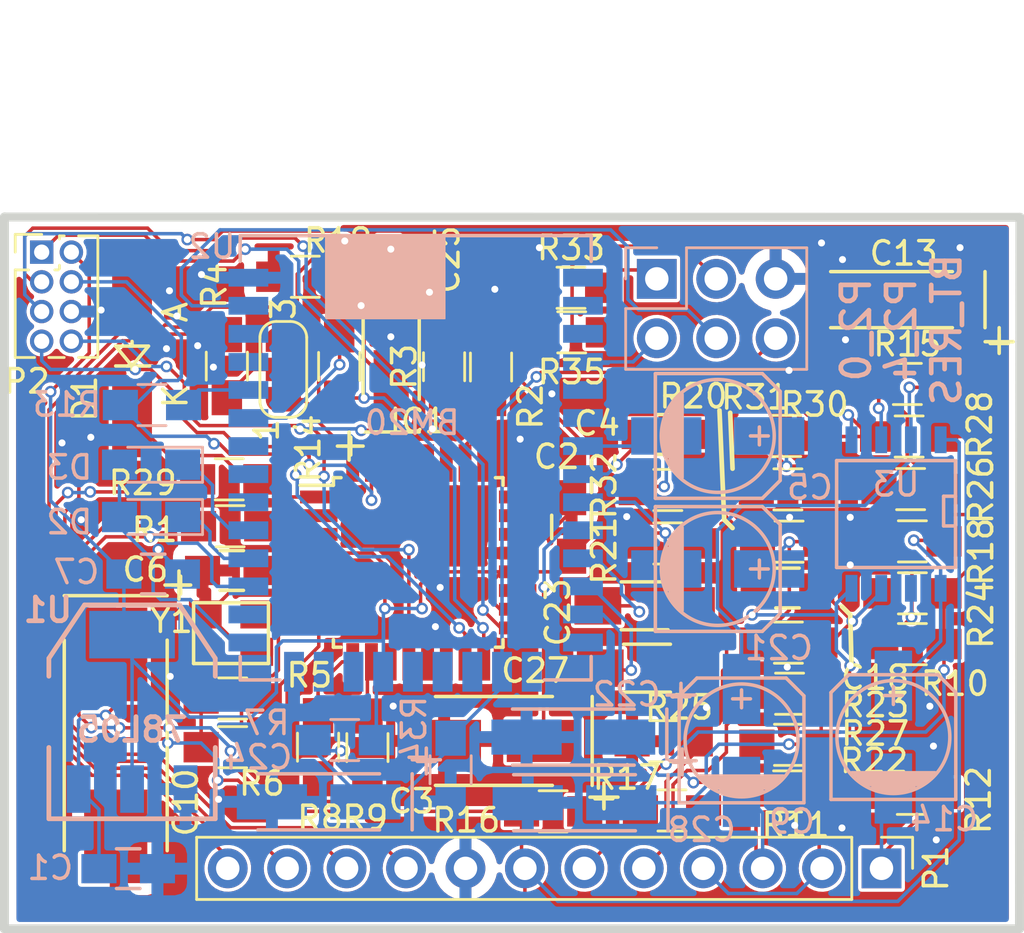
<source format=kicad_pcb>
(kicad_pcb (version 20200518) (host pcbnew "5.99.0-unknown-6083c08~88~ubuntu18.04.1")
  (title_block (date "25 feb 2014"))
  (layers (0 "Front" signal) (31 "Back" signal) (34 "B.Paste" user) (35 "F.Paste" user) (36 "B.SilkS" user) (37 "F.SilkS" user) (38 "B.Mask" user) (39 "F.Mask" user) (44 "Edge.Cuts" user))
  (net 0 "")
  (net 1 "+5V")
  (net 2 "GND")
  (net 3 "+12V")
  (net 4 "/BT_RESET")
  (net 5 "/ARESET")
  (net 6 "/BTOUTL")
  (net 7 "GNDA")
  (net 8 "/VGND")
  (net 9 "/DataIn")
  (net 10 "/Clock")
  (net 11 "Net-(C14-Pad1)")
  (net 12 "Net-(C18-Pad1)")
  (net 13 "Net-(C21-Pad1)")
  (net 14 "/MIC_BIAS")
  (net 15 "/CDC_ENA_5V")
  (net 16 "/MICP")
  (net 17 "/MIC_IN2")
  (net 18 "/MICN")
  (net 19 "/MIC_IN1")
  (net 20 "/LED1")
  (net 21 "/LED2")
  (net 22 "Net-(R5-Pad1)")
  (net 23 "Net-(C3-Pad1)")
  (net 24 "Net-(C4-Pad1)")
  (net 25 "Net-(C28-Pad1)")
  (net 26 "/SYSPWR")
  (net 27 "Net-(J1-Pad3)")
  (net 28 "/P2_4")
  (net 29 "/P2_0")
  (net 30 "/MFB")
  (net 31 "Net-(R10-Pad2)")
  (net 32 "/RX")
  (net 33 "/TX")
  (net 34 "Net-(R15-Pad1)")
  (net 35 "Net-(C9-Pad1)")
  (net 36 "Net-(C5-Pad1)")
  (net 37 "Net-(JP1-Pad2)")
  (net 38 "Net-(P1-Pad12)")
  (net 39 "/CDC_ENA_12V")
  (net 40 "/DataOut")
  (net 41 "Net-(P1-Pad9)")
  (net 42 "/AOUTR")
  (net 43 "/AOUTL")
  (net 44 "/BTOUTR")
  (net 45 "/MOSI")
  (net 46 "/MISO")
  (net 47 "/SCK")
  (net 48 "/BT_RX")
  (net 49 "/BT_TX")
  (net 50 "Net-(J1-Pad1)")
  (net 51 "Net-(IC1-Pad32)")
  (net 52 "Net-(IC1-Pad12)")
  (net 53 "Net-(IC1-Pad10)")
  (net 54 "Net-(IC1-Pad9)")
  (net 55 "Net-(IC1-Pad8)")
  (net 56 "Net-(IC1-Pad7)")
  (module "Capacitors_Tantalum_SMD.pretty:TantalC_SizeA_EIA-3216_HandSoldering" (layer "Front") (at 102.7582 87.1963 90)
    (fp_text reference "C25" (at 3.3763 2.3978 90) (layer "F.SilkS"))
    (fp_text value "2u2")
    (fp_text user "+" (at -4.59994 -1.80086 90) (layer "F.SilkS"))
    (pad "2" smd rect (at 1.99898 0 90) (size 2.99974 1.50114) (layers "Front" "F.Paste" "F.Mask") (net 2 "GND"))
    (pad "1" smd rect (at -1.99898 0 90) (size 2.99974 1.50114) (layers "Front" "F.Paste" "F.Mask") (net 5 "/ARESET"))
  )
  (module "Pin_Headers:Pin_Header_Straight_2x03_Pitch2.54mm" (layer "Back") (at 114.1095 84.6455 -90)
    (fp_text reference "J1" hide)
    (fp_text value "TEST_FLASH_MODE")
    (pad "1" thru_hole rect (at 0 0 270) (size 1.7 1.7) (drill 1) (layers *.Cu *.Mask) (net 50 "Net-(J1-Pad1)"))
    (pad "2" thru_hole oval (at 2.54 0 270) (size 1.7 1.7) (drill 1) (layers *.Cu *.Mask) (net 29 "/P2_0"))
    (pad "3" thru_hole oval (at 0 -2.54 270) (size 1.7 1.7) (drill 1) (layers *.Cu *.Mask) (net 27 "Net-(J1-Pad3)"))
    (pad "4" thru_hole oval (at 2.54 -2.54 270) (size 1.7 1.7) (drill 1) (layers *.Cu *.Mask) (net 28 "/P2_4"))
    (pad "5" thru_hole oval (at 0 -5.08 270) (size 1.7 1.7) (drill 1) (layers *.Cu *.Mask) (net 2 "GND"))
    (pad "6" thru_hole oval (at 2.54 -5.08 270) (size 1.7 1.7) (drill 1) (layers *.Cu *.Mask) (net 4 "/BT_RESET"))
  )
  (module "Pin_Headers:Pin_Header_Straight_2x04_Pitch1.27mm" (layer "Front") (at 87.8205 83.5025)
    (fp_text reference "P2" (at -0.635 5.5245) (layer "F.SilkS"))
    (fp_text value "SPI")
    (pad "1" thru_hole rect (at 0 0) (size 1 1) (drill 0.65) (layers *.Cu *.Mask) (net 46 "/MISO"))
    (pad "2" thru_hole oval (at 1.27 0) (size 1 1) (drill 0.65) (layers *.Cu *.Mask) (net 1 "+5V"))
    (pad "3" thru_hole oval (at 0 1.27) (size 1 1) (drill 0.65) (layers *.Cu *.Mask) (net 47 "/SCK"))
    (pad "4" thru_hole oval (at 1.27 1.27) (size 1 1) (drill 0.65) (layers *.Cu *.Mask) (net 45 "/MOSI"))
    (pad "5" thru_hole oval (at 0 2.54) (size 1 1) (drill 0.65) (layers *.Cu *.Mask) (net 5 "/ARESET"))
    (pad "6" thru_hole oval (at 1.27 2.54) (size 1 1) (drill 0.65) (layers *.Cu *.Mask) (net 2 "GND"))
    (pad "7" thru_hole oval (at 0 3.81) (size 1 1) (drill 0.65) (layers *.Cu *.Mask) (net 33 "/TX"))
    (pad "8" thru_hole oval (at 1.27 3.81) (size 1 1) (drill 0.65) (layers *.Cu *.Mask) (net 32 "/RX"))
  )
  (module "Housings_QFP.pretty:TQFP-32_7x7mm_Pitch0.8mm" (layer "Front") (at 103.9139 96.7721)
    (fp_text reference "IC1" (at 0 -6.05) (layer "F.SilkS"))
    (fp_text value "ATMEGA328PB-AU")
    (pad "32" smd rect (at -2.8 -4.25 90) (size 1.6 0.55) (layers "Front" "F.Paste" "F.Mask") (net 51 "Net-(IC1-Pad32)"))
    (pad "31" smd rect (at -2 -4.25 90) (size 1.6 0.55) (layers "Front" "F.Paste" "F.Mask") (net 33 "/TX"))
    (pad "30" smd rect (at -1.2 -4.25 90) (size 1.6 0.55) (layers "Front" "F.Paste" "F.Mask") (net 32 "/RX"))
    (pad "29" smd rect (at -0.4 -4.25 90) (size 1.6 0.55) (layers "Front" "F.Paste" "F.Mask") (net 5 "/ARESET"))
    (pad "28" smd rect (at 0.4 -4.25 90) (size 1.6 0.55) (layers "Front" "F.Paste" "F.Mask"))
    (pad "27" smd rect (at 1.2 -4.25 90) (size 1.6 0.55) (layers "Front" "F.Paste" "F.Mask"))
    (pad "26" smd rect (at 2 -4.25 90) (size 1.6 0.55) (layers "Front" "F.Paste" "F.Mask") (net 9 "/DataIn"))
    (pad "25" smd rect (at 2.8 -4.25 90) (size 1.6 0.55) (layers "Front" "F.Paste" "F.Mask"))
    (pad "24" smd rect (at 4.25 -2.8) (size 1.6 0.55) (layers "Front" "F.Paste" "F.Mask"))
    (pad "23" smd rect (at 4.25 -2) (size 1.6 0.55) (layers "Front" "F.Paste" "F.Mask"))
    (pad "22" smd rect (at 4.25 -1.2) (size 1.6 0.55) (layers "Front" "F.Paste" "F.Mask"))
    (pad "21" smd rect (at 4.25 -0.4) (size 1.6 0.55) (layers "Front" "F.Paste" "F.Mask") (net 2 "GND"))
    (pad "20" smd rect (at 4.25 0.4) (size 1.6 0.55) (layers "Front" "F.Paste" "F.Mask") (net 1 "+5V"))
    (pad "19" smd rect (at 4.25 1.2) (size 1.6 0.55) (layers "Front" "F.Paste" "F.Mask"))
    (pad "18" smd rect (at 4.25 2) (size 1.6 0.55) (layers "Front" "F.Paste" "F.Mask") (net 1 "+5V"))
    (pad "17" smd rect (at 4.25 2.8) (size 1.6 0.55) (layers "Front" "F.Paste" "F.Mask") (net 47 "/SCK"))
    (pad "16" smd rect (at 2.8 4.25 90) (size 1.6 0.55) (layers "Front" "F.Paste" "F.Mask") (net 46 "/MISO"))
    (pad "15" smd rect (at 2 4.25 90) (size 1.6 0.55) (layers "Front" "F.Paste" "F.Mask") (net 45 "/MOSI"))
    (pad "14" smd rect (at 1.2 4.25 90) (size 1.6 0.55) (layers "Front" "F.Paste" "F.Mask"))
    (pad "13" smd rect (at 0.4 4.25 90) (size 1.6 0.55) (layers "Front" "F.Paste" "F.Mask"))
    (pad "12" smd rect (at -0.4 4.25 90) (size 1.6 0.55) (layers "Front" "F.Paste" "F.Mask") (net 52 "Net-(IC1-Pad12)"))
    (pad "11" smd rect (at -1.2 4.25 90) (size 1.6 0.55) (layers "Front" "F.Paste" "F.Mask"))
    (pad "10" smd rect (at -2 4.25 90) (size 1.6 0.55) (layers "Front" "F.Paste" "F.Mask") (net 53 "Net-(IC1-Pad10)"))
    (pad "9" smd rect (at -2.8 4.25 90) (size 1.6 0.55) (layers "Front" "F.Paste" "F.Mask") (net 54 "Net-(IC1-Pad9)"))
    (pad "8" smd rect (at -4.25 2.8) (size 1.6 0.55) (layers "Front" "F.Paste" "F.Mask") (net 55 "Net-(IC1-Pad8)"))
    (pad "7" smd rect (at -4.25 2) (size 1.6 0.55) (layers "Front" "F.Paste" "F.Mask") (net 56 "Net-(IC1-Pad7)"))
    (pad "6" smd rect (at -4.25 1.2) (size 1.6 0.55) (layers "Front" "F.Paste" "F.Mask"))
    (pad "5" smd rect (at -4.25 0.4) (size 1.6 0.55) (layers "Front" "F.Paste" "F.Mask") (net 2 "GND"))
    (pad "4" smd rect (at -4.25 -0.4) (size 1.6 0.55) (layers "Front" "F.Paste" "F.Mask") (net 1 "+5V"))
    (pad "3" smd rect (at -4.25 -1.2) (size 1.6 0.55) (layers "Front" "F.Paste" "F.Mask"))
    (pad "2" smd rect (at -4.25 -2) (size 1.6 0.55) (layers "Front" "F.Paste" "F.Mask") (net 10 "/Clock"))
    (pad "1" smd rect (at -4.25 -2.8) (size 1.6 0.55) (layers "Front" "F.Paste" "F.Mask") (net 15 "/CDC_ENA_5V"))
  )
  (module "Capacitors_Tantalum_SMD.pretty:TantalC_SizeB_EIA-3528_HandSoldering" (layer "Front") (at 107.14732 104.4048 180)
    (fp_text reference "C3" (at 3.51532 -2.58 180) (layer "F.SilkS"))
    (fp_text value "10m/16V")
    (fp_text user "+" (at -4.70154 -2.4003 180) (layer "F.SilkS"))
    (pad "2" smd rect (at 2.12598 0 180) (size 3.1496 1.80086) (layers "Front" "F.Paste" "F.Mask") (net 2 "GND"))
    (pad "1" smd rect (at -2.12598 0 180) (size 3.1496 1.80086) (layers "Front" "F.Paste" "F.Mask") (net 23 "Net-(C3-Pad1)"))
  )
  (module "Diodes_SMD.pretty:MiniMELF_Handsoldering" (layer "Front") (at 91.6838 87.8694 90)
    (fp_text reference "D1" (at -1.8942 -2.0218 90) (layer "F.SilkS"))
    (fp_text value "5V1")
    (fp_text user "A" (at 1.8 1.85 90) (layer "F.SilkS"))
    (fp_text user "K" (at -1.8 1.85 90) (layer "F.SilkS"))
    (pad "1" smd rect (at -2.75082 0 90) (size 3.29946 1.69926) (layers "Front" "F.Paste" "F.Mask") (net 15 "/CDC_ENA_5V"))
    (pad "2" smd rect (at 2.75082 0 90) (size 3.29946 1.69926) (layers "Front" "F.Paste" "F.Mask") (net 2 "GND"))
  )
  (module "LEDs:LED_0805_HandSoldering" (layer "Back") (at 92.4966 94.829 180)
    (fp_text reference "D2" (at 3.495 -0.2178 180) (layer "B.SilkS") (effects (justify mirror)))
    (fp_text value "LED")
    (pad "1" smd rect (at -1.35 0 180) (size 1.5 1.3) (layers "Back" "B.Paste" "B.Mask") (net 20 "/LED1"))
    (pad "2" smd rect (at 1.35 0 180) (size 1.5 1.3) (layers "Back" "B.Paste" "B.Mask") (net 26 "/SYSPWR"))
  )
  (module "LEDs:LED_0805_HandSoldering" (layer "Back") (at 92.4966 92.5938 180)
    (fp_text reference "D3" (at 3.495 -0.1162 180) (layer "B.SilkS") (effects (justify mirror)))
    (fp_text value "LED")
    (pad "2" smd rect (at 1.35 0 180) (size 1.5 1.3) (layers "Back" "B.Paste" "B.Mask") (net 26 "/SYSPWR"))
    (pad "1" smd rect (at -1.35 0 180) (size 1.5 1.3) (layers "Back" "B.Paste" "B.Mask") (net 21 "/LED2"))
  )
  (module "Resistors_SMD:R_0805_HandSoldering" (layer "Front") (at 95.8748 95.2227)
    (fp_text reference "R1" (at -3.2283 0.1543) (layer "F.SilkS"))
    (fp_text value "3k3")
    (pad "2" smd rect (at 1.35 0) (size 1.5 1.3) (layers "Front" "F.Paste" "F.Mask") (net 10 "/Clock"))
    (pad "1" smd rect (at -1.35 0) (size 1.5 1.3) (layers "Front" "F.Paste" "F.Mask") (net 41 "Net-(P1-Pad9)"))
  )
  (module "Resistors_SMD:R_0805_HandSoldering" (layer "Front") (at 107.0254 88.4155 -90)
    (fp_text reference "R2" (at 1.691 -1.6866 -90) (layer "F.SilkS"))
    (fp_text value "3k3")
    (pad "1" smd rect (at -1.35 0 270) (size 1.5 1.3) (layers "Front" "F.Paste" "F.Mask") (net 38 "Net-(P1-Pad12)"))
    (pad "2" smd rect (at 1.35 0 270) (size 1.5 1.3) (layers "Front" "F.Paste" "F.Mask") (net 9 "/DataIn"))
  )
  (module "Resistors_SMD:R_0805_HandSoldering" (layer "Front") (at 105.0188 88.4028 90)
    (fp_text reference "R3" (at 0 -1.7 90) (layer "F.SilkS"))
    (fp_text value "3k3")
    (pad "2" smd rect (at 1.35 0 90) (size 1.5 1.3) (layers "Front" "F.Paste" "F.Mask") (net 1 "+5V"))
    (pad "1" smd rect (at -1.35 0 90) (size 1.5 1.3) (layers "Front" "F.Paste" "F.Mask") (net 5 "/ARESET"))
  )
  (module "Resistors_SMD:R_0805_HandSoldering" (layer "Front") (at 95.7351 88.3774 90)
    (fp_text reference "R4" (at 3.4398 -0.5359 90) (layer "F.SilkS"))
    (fp_text value "3k3")
    (pad "1" smd rect (at -1.35 0 90) (size 1.5 1.3) (layers "Front" "F.Paste" "F.Mask") (net 37 "Net-(JP1-Pad2)"))
    (pad "2" smd rect (at 1.35 0 90) (size 1.5 1.3) (layers "Front" "F.Paste" "F.Mask") (net 40 "/DataOut"))
  )
  (module "Resistors_SMD:R_0805_HandSoldering" (layer "Front") (at 95.9853 102.5887)
    (fp_text reference "R5" (at 3.2779 -0.9887) (layer "F.SilkS"))
    (fp_text value "27")
    (pad "1" smd rect (at -1.35 0) (size 1.5 1.3) (layers "Front" "F.Paste" "F.Mask") (net 22 "Net-(R5-Pad1)"))
    (pad "2" smd rect (at 1.35 0) (size 1.5 1.3) (layers "Front" "F.Paste" "F.Mask") (net 55 "Net-(IC1-Pad8)"))
  )
  (module "Resistors_SMD:R_0805_HandSoldering" (layer "Front") (at 95.9853 104.6715 180)
    (fp_text reference "R6" (at -1.2459 -1.5513 180) (layer "F.SilkS"))
    (fp_text value "1M")
    (pad "2" smd rect (at 1.35 0 180) (size 1.5 1.3) (layers "Front" "F.Paste" "F.Mask") (net 22 "Net-(R5-Pad1)"))
    (pad "1" smd rect (at -1.35 0 180) (size 1.5 1.3) (layers "Front" "F.Paste" "F.Mask") (net 56 "Net-(IC1-Pad7)"))
  )
  (module "Resistors_SMD:R_0805_HandSoldering" (layer "Back") (at 100.7732 104.3667)
    (fp_text reference "R7" (at -3.3388 -0.7347) (layer "B.SilkS") (effects (justify mirror)))
    (fp_text value "3k3")
    (pad "1" smd rect (at -1.35 0) (size 1.5 1.3) (layers "Back" "B.Paste" "B.Mask") (net 4 "/BT_RESET"))
    (pad "2" smd rect (at 1.35 0) (size 1.5 1.3) (layers "Back" "B.Paste" "B.Mask") (net 1 "+5V"))
  )
  (module "Resistors_SMD:R_0805_HandSoldering" (layer "Front") (at 99.634 104.6715 -90)
    (fp_text reference "R8" (at 3.0245 -0.0864) (layer "F.SilkS"))
    (fp_text value "330")
    (pad "2" smd rect (at 1.35 0 270) (size 1.5 1.3) (layers "Front" "F.Paste" "F.Mask") (net 4 "/BT_RESET"))
    (pad "1" smd rect (at -1.35 0 270) (size 1.5 1.3) (layers "Front" "F.Paste" "F.Mask") (net 54 "Net-(IC1-Pad9)"))
  )
  (module "Resistors_SMD:R_0805_HandSoldering" (layer "Front") (at 101.7422 104.688 -90)
    (fp_text reference "R9" (at 3.008 0.0914) (layer "F.SilkS"))
    (fp_text value "330")
    (pad "2" smd rect (at 1.35 0 270) (size 1.5 1.3) (layers "Front" "F.Paste" "F.Mask") (net 30 "/MFB"))
    (pad "1" smd rect (at -1.35 0 270) (size 1.5 1.3) (layers "Front" "F.Paste" "F.Mask") (net 53 "Net-(IC1-Pad10)"))
  )
  (module "Resistors_SMD:R_0805_HandSoldering" (layer "Front") (at 125.034 100.2646 180)
    (fp_text reference "R10" (at -1.8136 -1.691 180) (layer "F.SilkS"))
    (fp_text value "100k")
    (pad "1" smd rect (at -1.35 0 180) (size 1.5 1.3) (layers "Front" "F.Paste" "F.Mask") (net 8 "/VGND"))
    (pad "2" smd rect (at 1.35 0 180) (size 1.5 1.3) (layers "Front" "F.Paste" "F.Mask") (net 31 "Net-(R10-Pad2)"))
  )
  (module "Resistors_SMD:R_0805_HandSoldering" (layer "Front") (at 119.7 106.5638 180)
    (fp_text reference "R11" (at -0.3404 -1.437 180) (layer "F.SilkS"))
    (fp_text value "100k")
    (pad "2" smd rect (at 1.35 0 180) (size 1.5 1.3) (layers "Front" "F.Paste" "F.Mask") (net 42 "/AOUTR"))
    (pad "1" smd rect (at -1.35 0 180) (size 1.5 1.3) (layers "Front" "F.Paste" "F.Mask") (net 7 "GNDA"))
  )
  (module "Resistors_SMD:R_0805_HandSoldering" (layer "Front") (at 124.987 106.6654)
    (fp_text reference "R12" (at 2.8766 0.2686 90) (layer "F.SilkS"))
    (fp_text value "100k")
    (pad "2" smd rect (at 1.35 0) (size 1.5 1.3) (layers "Front" "F.Paste" "F.Mask") (net 43 "/AOUTL"))
    (pad "1" smd rect (at -1.35 0) (size 1.5 1.3) (layers "Front" "F.Paste" "F.Mask") (net 7 "GNDA"))
  )
  (module "Resistors_SMD:R_0805_HandSoldering" (layer "Back") (at 92.5347 90.0411)
    (fp_text reference "R13" (at -3.6347 -0.0235) (layer "B.SilkS") (effects (justify mirror)))
    (fp_text value "330")
    (pad "1" smd rect (at -1.35 0) (size 1.5 1.3) (layers "Back" "B.Paste" "B.Mask") (net 45 "/MOSI"))
    (pad "2" smd rect (at 1.35 0) (size 1.5 1.3) (layers "Back" "B.Paste" "B.Mask") (net 48 "/BT_RX"))
  )
  (module "Resistors_SMD:R_0805_HandSoldering" (layer "Front") (at 100.5357 88.3901 90)
    (fp_text reference "R14" (at -3.5071 -1.3233 90) (layer "F.SilkS"))
    (fp_text value "330")
    (pad "1" smd rect (at -1.35 0 90) (size 1.5 1.3) (layers "Front" "F.Paste" "F.Mask") (net 46 "/MISO"))
    (pad "2" smd rect (at 1.35 0 90) (size 1.5 1.3) (layers "Front" "F.Paste" "F.Mask") (net 49 "/BT_TX"))
  )
  (module "Resistors_SMD:R_0805_HandSoldering" (layer "Front") (at 124.8181 89.1394)
    (fp_text reference "R15" (at 0 -1.7) (layer "F.SilkS"))
    (fp_text value "2M2")
    (pad "1" smd rect (at -1.35 0) (size 1.5 1.3) (layers "Front" "F.Paste" "F.Mask") (net 34 "Net-(R15-Pad1)"))
    (pad "2" smd rect (at 1.35 0) (size 1.5 1.3) (layers "Front" "F.Paste" "F.Mask") (net 35 "Net-(C9-Pad1)"))
  )
  (module "Resistors_SMD:R_0805_HandSoldering" (layer "Front") (at 109.6797 107.4147 180)
    (fp_text reference "R16" (at 3.7109 -0.3829 180) (layer "F.SilkS"))
    (fp_text value "100k")
    (pad "2" smd rect (at 1.35 0 180) (size 1.5 1.3) (layers "Front" "F.Paste" "F.Mask") (net 3 "+12V"))
    (pad "1" smd rect (at -1.35 0 180) (size 1.5 1.3) (layers "Front" "F.Paste" "F.Mask") (net 8 "/VGND"))
  )
  (module "Resistors_SMD:R_0805_HandSoldering" (layer "Front") (at 114.7597 107.3766 180)
    (fp_text reference "R17" (at 1.9329 1.4078 180) (layer "F.SilkS"))
    (fp_text value "100k")
    (pad "1" smd rect (at -1.35 0 180) (size 1.5 1.3) (layers "Front" "F.Paste" "F.Mask") (net 2 "GND"))
    (pad "2" smd rect (at 1.35 0 180) (size 1.5 1.3) (layers "Front" "F.Paste" "F.Mask") (net 8 "/VGND"))
  )
  (module "Resistors_SMD:R_0805_HandSoldering" (layer "Front") (at 125.034 95.8704)
    (fp_text reference "R18" (at 2.9312 0.4464 90) (layer "F.SilkS"))
    (fp_text value "2M2")
    (pad "1" smd rect (at -1.35 0) (size 1.5 1.3) (layers "Front" "F.Paste" "F.Mask") (net 31 "Net-(R10-Pad2)"))
    (pad "2" smd rect (at 1.35 0) (size 1.5 1.3) (layers "Front" "F.Paste" "F.Mask") (net 11 "Net-(C14-Pad1)"))
  )
  (module "Resistors_SMD:R_0805_HandSoldering" (layer "Front") (at 99.0879 84.5547 180)
    (fp_text reference "R19" (at -1.3945 1.5475 180) (layer "F.SilkS"))
    (fp_text value "4k7")
    (pad "2" smd rect (at 1.35 0 180) (size 1.5 1.3) (layers "Front" "F.Paste" "F.Mask") (net 2 "GND"))
    (pad "1" smd rect (at -1.35 0 180) (size 1.5 1.3) (layers "Front" "F.Paste" "F.Mask") (net 49 "/BT_TX"))
  )
  (module "Resistors_SMD:R_0805_HandSoldering" (layer "Front") (at 119.7635 95.8831)
    (fp_text reference "R20" (at -4.0919 -6.2211) (layer "F.SilkS"))
    (fp_text value "560")
    (pad "1" smd rect (at -1.35 0) (size 1.5 1.3) (layers "Front" "F.Paste" "F.Mask") (net 7 "GNDA"))
    (pad "2" smd rect (at 1.35 0) (size 1.5 1.3) (layers "Front" "F.Paste" "F.Mask") (net 13 "Net-(C21-Pad1)"))
  )
  (module "Resistors_SMD:R_0805_HandSoldering" (layer "Front") (at 114.5819 95.9593 180)
    (fp_text reference "R21" (at 2.7203 -0.3067 270) (layer "F.SilkS"))
    (fp_text value "NP")
    (pad "2" smd rect (at 1.35 0 180) (size 1.5 1.3) (layers "Front" "F.Paste" "F.Mask") (net 6 "/BTOUTL"))
    (pad "1" smd rect (at -1.35 0 180) (size 1.5 1.3) (layers "Front" "F.Paste" "F.Mask") (net 7 "GNDA"))
  )
  (module "Resistors_SMD:R_0805_HandSoldering" (layer "Front") (at 119.7381 104.5699 180)
    (fp_text reference "R22" (at -3.6551 -0.6877 180) (layer "F.SilkS"))
    (fp_text value "1k")
    (pad "1" smd rect (at -1.35 0 180) (size 1.5 1.3) (layers "Front" "F.Paste" "F.Mask") (net 25 "Net-(C28-Pad1)"))
    (pad "2" smd rect (at 1.35 0 180) (size 1.5 1.3) (layers "Front" "F.Paste" "F.Mask") (net 14 "/MIC_BIAS"))
  )
  (module "Resistors_SMD:R_0805_HandSoldering" (layer "Front") (at 119.7343 100.2011)
    (fp_text reference "R23" (at 3.7097 2.6689) (layer "F.SilkS"))
    (fp_text value "820")
    (pad "1" smd rect (at -1.35 0) (size 1.5 1.3) (layers "Front" "F.Paste" "F.Mask") (net 13 "Net-(C21-Pad1)"))
    (pad "2" smd rect (at 1.35 0) (size 1.5 1.3) (layers "Front" "F.Paste" "F.Mask") (net 12 "Net-(C18-Pad1)"))
  )
  (module "Resistors_SMD:R_0805_HandSoldering" (layer "Front") (at 125.034 98.0929 180)
    (fp_text reference "R24" (at -2.9312 -0.9163 270) (layer "F.SilkS"))
    (fp_text value "100k")
    (pad "2" smd rect (at 1.35 0 180) (size 1.5 1.3) (layers "Front" "F.Paste" "F.Mask") (net 12 "Net-(C18-Pad1)"))
    (pad "1" smd rect (at -1.35 0 180) (size 1.5 1.3) (layers "Front" "F.Paste" "F.Mask") (net 8 "/VGND"))
  )
  (module "Resistors_SMD:R_0805_HandSoldering" (layer "Front") (at 114.4041 104.4175)
    (fp_text reference "R25" (at 0.6579 -1.4459) (layer "F.SilkS"))
    (fp_text value "2k")
    (pad "2" smd rect (at 1.35 0) (size 1.5 1.3) (layers "Front" "F.Paste" "F.Mask") (net 19 "/MIC_IN1"))
    (pad "1" smd rect (at -1.35 0) (size 1.5 1.3) (layers "Front" "F.Paste" "F.Mask") (net 2 "GND"))
  )
  (module "Resistors_SMD:R_0805_HandSoldering" (layer "Front") (at 124.9578 93.6352)
    (fp_text reference "R26" (at 3.0074 0.04 90) (layer "F.SilkS"))
    (fp_text value "100k")
    (pad "1" smd rect (at -1.35 0) (size 1.5 1.3) (layers "Front" "F.Paste" "F.Mask") (net 8 "/VGND"))
    (pad "2" smd rect (at 1.35 0) (size 1.5 1.3) (layers "Front" "F.Paste" "F.Mask") (net 34 "Net-(R15-Pad1)"))
  )
  (module "Resistors_SMD:R_0805_HandSoldering" (layer "Front") (at 119.7851 102.3855)
    (fp_text reference "R27" (at 3.6589 1.7037) (layer "F.SilkS"))
    (fp_text value "1k")
    (pad "1" smd rect (at -1.35 0) (size 1.5 1.3) (layers "Front" "F.Paste" "F.Mask") (net 17 "/MIC_IN2"))
    (pad "2" smd rect (at 1.35 0) (size 1.5 1.3) (layers "Front" "F.Paste" "F.Mask") (net 25 "Net-(C28-Pad1)"))
  )
  (module "Resistors_SMD:R_0805_HandSoldering" (layer "Front") (at 124.8943 91.3873 180)
    (fp_text reference "R28" (at -3.0201 0.5061 270) (layer "F.SilkS"))
    (fp_text value "100k")
    (pad "2" smd rect (at 1.35 0 180) (size 1.5 1.3) (layers "Front" "F.Paste" "F.Mask") (net 24 "Net-(C4-Pad1)"))
    (pad "1" smd rect (at -1.35 0 180) (size 1.5 1.3) (layers "Front" "F.Paste" "F.Mask") (net 8 "/VGND"))
  )
  (module "Resistors_SMD:R_0805_HandSoldering" (layer "Front") (at 95.8367 93.218 180)
    (fp_text reference "R29" (at 3.6982 -0.1543 180) (layer "F.SilkS"))
    (fp_text value "10k")
    (pad "1" smd rect (at -1.35 0 180) (size 1.5 1.3) (layers "Front" "F.Paste" "F.Mask") (net 15 "/CDC_ENA_5V"))
    (pad "2" smd rect (at 1.35 0 180) (size 1.5 1.3) (layers "Front" "F.Paste" "F.Mask") (net 39 "/CDC_ENA_12V"))
  )
  (module "Resistors_SMD:R_0805_HandSoldering" (layer "Front") (at 119.6619 91.3619)
    (fp_text reference "R30" (at 1.1913 -1.3443) (layer "F.SilkS"))
    (fp_text value "820")
    (pad "2" smd rect (at 1.35 0) (size 1.5 1.3) (layers "Front" "F.Paste" "F.Mask") (net 24 "Net-(C4-Pad1)"))
    (pad "1" smd rect (at -1.35 0) (size 1.5 1.3) (layers "Front" "F.Paste" "F.Mask") (net 36 "Net-(C5-Pad1)"))
  )
  (module "Resistors_SMD:R_0805_HandSoldering" (layer "Front") (at 119.7127 93.6479)
    (fp_text reference "R31" (at -1.3995 -3.9351) (layer "F.SilkS"))
    (fp_text value "560")
    (pad "2" smd rect (at 1.35 0) (size 1.5 1.3) (layers "Front" "F.Paste" "F.Mask") (net 36 "Net-(C5-Pad1)"))
    (pad "1" smd rect (at -1.35 0) (size 1.5 1.3) (layers "Front" "F.Paste" "F.Mask") (net 7 "GNDA"))
  )
  (module "Resistors_SMD:R_0805_HandSoldering" (layer "Front") (at 114.5819 93.6733 180)
    (fp_text reference "R32" (at 2.7203 0.2013 270) (layer "F.SilkS"))
    (fp_text value "NP")
    (pad "2" smd rect (at 1.35 0 180) (size 1.5 1.3) (layers "Front" "F.Paste" "F.Mask") (net 44 "/BTOUTR"))
    (pad "1" smd rect (at -1.35 0 180) (size 1.5 1.3) (layers "Front" "F.Paste" "F.Mask") (net 7 "GNDA"))
  )
  (module "Resistors_SMD:R_0805_HandSoldering" (layer "Front") (at 110.443 85.0265)
    (fp_text reference "R33" (at 0 -1.7) (layer "F.SilkS"))
    (fp_text value "4k7")
    (pad "1" smd rect (at -1.35 0) (size 1.5 1.3) (layers "Front" "F.Paste" "F.Mask") (net 2 "GND"))
    (pad "2" smd rect (at 1.35 0) (size 1.5 1.3) (layers "Front" "F.Paste" "F.Mask") (net 50 "Net-(J1-Pad1)"))
  )
  (module "Resistors_SMD:R_0805_HandSoldering" (layer "Back") (at 105.2982 105.6367 -90)
    (fp_text reference "R34" (at -1.6999 1.5646 -90) (layer "B.SilkS") (effects (justify mirror)))
    (fp_text value "4k7")
    (pad "2" smd rect (at 1.35 0 270) (size 1.5 1.3) (layers "Back" "B.Paste" "B.Mask") (net 2 "GND"))
    (pad "1" smd rect (at -1.35 0 270) (size 1.5 1.3) (layers "Back" "B.Paste" "B.Mask") (net 4 "/BT_RESET"))
  )
  (module "Resistors_SMD:R_0805_HandSoldering" (layer "Front") (at 110.4735 86.9315 180)
    (fp_text reference "R35" (at 0 -1.7 180) (layer "F.SilkS"))
    (fp_text value "4k7")
    (pad "2" smd rect (at 1.35 0 180) (size 1.5 1.3) (layers "Front" "F.Paste" "F.Mask") (net 2 "GND"))
    (pad "1" smd rect (at -1.35 0 180) (size 1.5 1.3) (layers "Front" "F.Paste" "F.Mask") (net 27 "Net-(J1-Pad3)"))
  )
  (module "SMD_Packages:SOIC-8-N" (layer "Back") (at 124.3355 94.702 180)
    (fp_text reference "U3" (at 0 1.27 180) (layer "B.SilkS") (effects (justify mirror)))
    (fp_text value "LM358")
    (pad "1" smd rect (at -1.905 -3.175 180) (size 0.508 1.143) (layers "Back" "B.Paste" "B.Mask") (net 11 "Net-(C14-Pad1)"))
    (pad "2" smd rect (at -0.635 -3.175 180) (size 0.508 1.143) (layers "Back" "B.Paste" "B.Mask") (net 31 "Net-(R10-Pad2)"))
    (pad "3" smd rect (at 0.635 -3.175 180) (size 0.508 1.143) (layers "Back" "B.Paste" "B.Mask") (net 12 "Net-(C18-Pad1)"))
    (pad "4" smd rect (at 1.905 -3.175 180) (size 0.508 1.143) (layers "Back" "B.Paste" "B.Mask") (net 7 "GNDA"))
    (pad "5" smd rect (at 1.905 3.175 180) (size 0.508 1.143) (layers "Back" "B.Paste" "B.Mask") (net 24 "Net-(C4-Pad1)"))
    (pad "6" smd rect (at 0.635 3.175 180) (size 0.508 1.143) (layers "Back" "B.Paste" "B.Mask") (net 34 "Net-(R15-Pad1)"))
    (pad "7" smd rect (at -0.635 3.175 180) (size 0.508 1.143) (layers "Back" "B.Paste" "B.Mask") (net 35 "Net-(C9-Pad1)"))
    (pad "8" smd rect (at -1.905 3.175 180) (size 0.508 1.143) (layers "Back" "B.Paste" "B.Mask") (net 3 "+12V"))
  )
  (module "Crystals.pretty:crystal_FA238-TSX3225" (layer "Front") (at 95.9129 99.7947)
    (fp_text reference "Y1" (at -2.5425 -0.5315) (layer "F.SilkS"))
    (fp_text value "Crystal_GND24")
    (pad "1" smd rect (at -1.1 0.8) (size 1.4 1.2) (layers "Front" "F.Paste" "F.Mask") (net 22 "Net-(R5-Pad1)"))
    (pad "3" smd rect (at 1.1 0.8) (size 1.4 1.2) (layers "Front" "F.Paste" "F.Mask") (net 2 "GND"))
    (pad "3" smd rect (at -1.1 -0.8) (size 1.4 1.2) (layers "Front" "F.Paste" "F.Mask") (net 2 "GND"))
    (pad "2" smd rect (at 1.1 -0.8) (size 1.4 1.2) (layers "Front" "F.Paste" "F.Mask") (net 56 "Net-(IC1-Pad7)"))
  )
  (module "bluetooth:BM20" (layer "Back") (at 111.3053 101.7957 180)
    (fp_text reference "U2" (at 16.2077 18.5345 180) (layer "B.SilkS") (effects (justify mirror)))
    (fp_text value "BM20" (at 7.65 11 180) (layer "B.SilkS") (effects (justify mirror)))
    (pad "15" smd trapezoid (at 2.54 0.35 180) (size 0.85 1.7) (layers "Back" "B.Paste" "B.Mask"))
    (pad "16" smd trapezoid (at 3.81 0.35 180) (size 0.85 1.7) (layers "Back" "B.Paste" "B.Mask") (net 4 "/BT_RESET"))
    (pad "17" smd trapezoid (at 5.08 0.35 180) (size 0.85 1.7) (layers "Back" "B.Paste" "B.Mask"))
    (pad "18" smd trapezoid (at 6.35 0.35 180) (size 0.85 1.7) (layers "Back" "B.Paste" "B.Mask"))
    (pad "19" smd trapezoid (at 7.62 0.35 180) (size 0.85 1.7) (layers "Back" "B.Paste" "B.Mask"))
    (pad "20" smd trapezoid (at 8.89 0.35 180) (size 0.85 1.7) (layers "Back" "B.Paste" "B.Mask") (net 1 "+5V"))
    (pad "21" smd trapezoid (at 10.16 0.35 180) (size 0.85 1.7) (layers "Back" "B.Paste" "B.Mask"))
    (pad "22" smd trapezoid (at 11.43 0.35 180) (size 0.85 1.7) (layers "Back" "B.Paste" "B.Mask"))
    (pad "23" smd trapezoid (at 12.7 0.35 180) (size 0.85 1.7) (layers "Back" "B.Paste" "B.Mask") (net 2 "GND"))
    (pad "24" smd trapezoid (at 14.65 1.6 90) (size 0.76 1.7) (layers "Back" "B.Paste" "B.Mask") (net 26 "/SYSPWR"))
    (pad "25" smd trapezoid (at 14.65 2.8 90) (size 0.76 1.7) (layers "Back" "B.Paste" "B.Mask"))
    (pad "27" smd trapezoid (at 14.65 5.2 90) (size 0.76 1.7) (layers "Back" "B.Paste" "B.Mask") (net 20 "/LED1"))
    (pad "26" smd trapezoid (at 14.65 4 90) (size 0.76 1.7) (layers "Back" "B.Paste" "B.Mask") (net 30 "/MFB"))
    (pad "31" smd trapezoid (at 14.65 10 90) (size 0.76 1.7) (layers "Back" "B.Paste" "B.Mask"))
    (pad "29" smd trapezoid (at 14.65 7.6 90) (size 0.76 1.7) (layers "Back" "B.Paste" "B.Mask"))
    (pad "30" smd trapezoid (at 14.65 8.8 90) (size 0.76 1.7) (layers "Back" "B.Paste" "B.Mask"))
    (pad "28" smd trapezoid (at 14.65 6.4 90) (size 0.76 1.7) (layers "Back" "B.Paste" "B.Mask") (net 21 "/LED2"))
    (pad "37" smd trapezoid (at 14.65 17.2 90) (size 0.76 1.7) (layers "Back" "B.Paste" "B.Mask") (net 2 "GND"))
    (pad "35" smd trapezoid (at 14.65 14.8 90) (size 0.76 1.7) (layers "Back" "B.Paste" "B.Mask"))
    (pad "36" smd trapezoid (at 14.65 16 90) (size 0.76 1.7) (layers "Back" "B.Paste" "B.Mask") (net 28 "/P2_4"))
    (pad "33" smd trapezoid (at 14.65 12.4 90) (size 0.76 1.7) (layers "Back" "B.Paste" "B.Mask") (net 48 "/BT_RX"))
    (pad "34" smd trapezoid (at 14.65 13.6 90) (size 0.76 1.7) (layers "Back" "B.Paste" "B.Mask"))
    (pad "32" smd trapezoid (at 14.65 11.2 90) (size 0.76 1.7) (layers "Back" "B.Paste" "B.Mask") (net 49 "/BT_TX"))
    (pad "9" smd trapezoid (at 0.35 7.6 90) (size 0.76 1.7) (layers "Back" "B.Paste" "B.Mask") (net 6 "/BTOUTL"))
    (pad "2" smd trapezoid (at 0.35 16 90) (size 0.76 1.7) (layers "Back" "B.Paste" "B.Mask"))
    (pad "6" smd trapezoid (at 0.35 11.2 90) (size 0.76 1.7) (layers "Back" "B.Paste" "B.Mask"))
    (pad "11" smd trapezoid (at 0.35 5.2 90) (size 0.76 1.7) (layers "Back" "B.Paste" "B.Mask") (net 16 "/MICP"))
    (pad "5" smd trapezoid (at 0.35 12.4 90) (size 0.76 1.7) (layers "Back" "B.Paste" "B.Mask"))
    (pad "10" smd trapezoid (at 0.35 6.4 90) (size 0.76 1.7) (layers "Back" "B.Paste" "B.Mask") (net 23 "Net-(C3-Pad1)"))
    (pad "13" smd trapezoid (at 0.35 2.8 90) (size 0.76 1.7) (layers "Back" "B.Paste" "B.Mask") (net 14 "/MIC_BIAS"))
    (pad "4" smd trapezoid (at 0.35 13.6 90) (size 0.76 1.7) (layers "Back" "B.Paste" "B.Mask") (net 29 "/P2_0"))
    (pad "1" smd trapezoid (at 0.35 17.2 90) (size 0.76 1.7) (layers "Back" "B.Paste" "B.Mask"))
    (pad "8" smd trapezoid (at 0.35 8.8 90) (size 0.76 1.7) (layers "Back" "B.Paste" "B.Mask") (net 7 "GNDA"))
    (pad "12" smd trapezoid (at 0.35 4 90) (size 0.76 1.7) (layers "Back" "B.Paste" "B.Mask") (net 18 "/MICN"))
    (pad "14" smd trapezoid (at 0.35 1.6 90) (size 0.76 1.7) (layers "Back" "B.Paste" "B.Mask"))
    (pad "3" smd trapezoid (at 0.35 14.8 90) (size 0.76 1.7) (layers "Back" "B.Paste" "B.Mask"))
    (pad "7" smd trapezoid (at 0.35 10 90) (size 0.76 1.7) (layers "Back" "B.Paste" "B.Mask") (net 44 "/BTOUTR"))
  )
  (module "Capacitors_Tantalum_SMD.pretty:TantalC_SizeD_EIA-7343_HandSoldering" (layer "Front") (at 90.9853 104.5953 -90)
    (fp_text reference "C10" (at 2.4403 -2.9947 -90) (layer "F.SilkS"))
    (fp_text value "CTS 47u/25V D 10% VIS-293D")
    (fp_text user "+" (at -6.85546 -2.70002 -90) (layer "F.SilkS"))
    (pad "2" smd rect (at 3.88874 0 270) (size 4.0005 2.70002) (layers "Front" "F.Paste" "F.Mask") (net 2 "GND"))
    (pad "1" smd rect (at -3.88874 0 270) (size 4.0005 2.70002) (layers "Front" "F.Paste" "F.Mask") (net 3 "+12V"))
  )
  (module "Jumper:SolderJumper-3_P1.3mm_Open_RoundedPad1.0x1.5mm_NumberLabels" (layer "Front") (at 98.1481 88.5171 90)
    (fp_text reference "JP1" hide)
    (fp_text value "Jumper_3_Bridged12")
    (fp_text user "1" (at -2.6 -0.7137 90) (layer "F.SilkS"))
    (fp_text user "3" (at 2.6 0 90) (layer "F.SilkS"))
    (pad "1" smd roundrect (at -1.3 0 90) (size 1 1.5) (layers "Front" "F.Mask") (roundrect_rratio 0.5) (net 52 "Net-(IC1-Pad12)"))
    (pad "1" smd rect (at -1 0 90) (size 0.5 1.5) (layers "Front" "F.Mask") (net 52 "Net-(IC1-Pad12)"))
    (pad "2" smd rect (at 0 0 90) (size 1 1.5) (layers "Front" "F.Mask") (net 37 "Net-(JP1-Pad2)"))
    (pad "3" smd roundrect (at 1.3 0 90) (size 1 1.5) (layers "Front" "F.Mask") (roundrect_rratio 0.5) (net 51 "Net-(IC1-Pad32)"))
    (pad "3" smd rect (at 1 0 90) (size 0.5 1.5) (layers "Front" "F.Mask") (net 51 "Net-(IC1-Pad32)"))
  )
  (module "Pin_Headers:Pin_Header_Straight_1x12_Pitch2.54mm" (layer "Front") (at 123.7132 109.8531 -90)
    (fp_text reference "P1" (at 0 -2.33 -90) (layer "F.SilkS"))
    (fp_text value "CONN_10")
    (pad "12" thru_hole oval (at 0 27.94 270) (size 1.7 1.7) (drill 1) (layers *.Cu *.Mask) (net 38 "Net-(P1-Pad12)"))
    (pad "11" thru_hole oval (at 0 25.4 270) (size 1.7 1.7) (drill 1) (layers *.Cu *.Mask) (net 39 "/CDC_ENA_12V"))
    (pad "10" thru_hole oval (at 0 22.86 270) (size 1.7 1.7) (drill 1) (layers *.Cu *.Mask) (net 40 "/DataOut"))
    (pad "9" thru_hole oval (at 0 20.32 270) (size 1.7 1.7) (drill 1) (layers *.Cu *.Mask) (net 41 "Net-(P1-Pad9)"))
    (pad "8" thru_hole oval (at 0 17.78 270) (size 1.7 1.7) (drill 1) (layers *.Cu *.Mask) (net 2 "GND"))
    (pad "7" thru_hole oval (at 0 15.24 270) (size 1.7 1.7) (drill 1) (layers *.Cu *.Mask) (net 3 "+12V"))
    (pad "6" thru_hole oval (at 0 12.7 270) (size 1.7 1.7) (drill 1) (layers *.Cu *.Mask) (net 19 "/MIC_IN1"))
    (pad "5" thru_hole oval (at 0 10.16 270) (size 1.7 1.7) (drill 1) (layers *.Cu *.Mask) (net 17 "/MIC_IN2"))
    (pad "4" thru_hole oval (at 0 7.62 270) (size 1.7 1.7) (drill 1) (layers *.Cu *.Mask) (net 7 "GNDA"))
    (pad "3" thru_hole oval (at 0 5.08 270) (size 1.7 1.7) (drill 1) (layers *.Cu *.Mask) (net 42 "/AOUTR"))
    (pad "2" thru_hole oval (at 0 2.54 270) (size 1.7 1.7) (drill 1) (layers *.Cu *.Mask) (net 7 "GNDA"))
    (pad "1" thru_hole rect (at 0 0 270) (size 1.7 1.7) (drill 1) (layers *.Cu *.Mask) (net 43 "/AOUTL"))
  )
  (module "Capacitors_SMD.pretty:c_elec_5x5.8" (layer "Back") (at 116.7155 91.3619)
    (fp_text reference "C5" (at 3.9384 2.2022) (layer "B.SilkS") (effects (justify mirror)))
    (fp_text value "4m7/16V")
    (pad "1" smd rect (at 2.19964 0) (size 2.99974 1.6002) (layers "Back" "B.Paste" "B.Mask") (net 36 "Net-(C5-Pad1)"))
    (pad "2" smd rect (at -2.19964 0) (size 2.99974 1.6002) (layers "Back" "B.Paste" "B.Mask") (net 44 "/BTOUTR"))
  )
  (module "modules:SOT-223-REGULATOR" (layer "Back") (at 91.6838 103.1602 180)
    (fp_text reference "U1" (at 3.5966 4.3542 180) (layer "B.SilkS") (effects (font (size 1.016 1.016) (thickness 0.2032)) (justify mirror)))
    (fp_text value "78L05" (at 0 -0.762 180) (layer "B.SilkS") (effects (font (size 1.016 1.016) (thickness 0.2032)) (justify mirror)))
    (pad "VO" smd rect (at 0 3.302 180) (size 3.6576 2.032) (layers "Back" "B.Paste" "B.Mask") (net 1 "+5V"))
    (pad "VO" smd rect (at 0 -3.302 180) (size 1.016 2.032) (layers "Back" "B.Paste" "B.Mask") (net 1 "+5V"))
    (pad "VI" smd rect (at 2.286 -3.302 180) (size 1.016 2.032) (layers "Back" "B.Paste" "B.Mask") (net 3 "+12V"))
    (pad "GND" smd rect (at -2.286 -3.302 180) (size 1.016 2.032) (layers "Back" "B.Paste" "B.Mask") (net 2 "GND"))
  )
  (module "Capacitors_Tantalum_SMD.pretty:TantalC_SizeA_EIA-3216_HandSoldering" (layer "Front") (at 124.1425 85.5345 180)
    (fp_text reference "C13" (at -0.5182 1.9793 180) (layer "F.SilkS"))
    (fp_text value "2m2/16V")
    (fp_text user "+" (at -4.59994 -1.80086 180) (layer "F.SilkS"))
    (pad "2" smd rect (at 1.99898 0 180) (size 2.99974 1.50114) (layers "Front" "F.Paste" "F.Mask") (net 2 "GND"))
    (pad "1" smd rect (at -1.99898 0 180) (size 2.99974 1.50114) (layers "Front" "F.Paste" "F.Mask") (net 8 "/VGND"))
  )
  (module "Capacitors_SMD.pretty:c_elec_5x5.8" (layer "Back") (at 124.2212 104.2397 90)
    (fp_text reference "C14" (at -3.5071 2.1692 180) (layer "B.SilkS") (effects (justify mirror)))
    (fp_text value "10u/16V")
    (pad "1" smd rect (at 2.19964 0 90) (size 2.99974 1.6002) (layers "Back" "B.Paste" "B.Mask") (net 11 "Net-(C14-Pad1)"))
    (pad "2" smd rect (at -2.19964 0 90) (size 2.99974 1.6002) (layers "Back" "B.Paste" "B.Mask") (net 43 "/AOUTL"))
  )
  (module "Capacitors_SMD.pretty:c_elec_5x5.8" (layer "Back") (at 116.7155 97.0515)
    (fp_text reference "C21" (at 2.6137 3.3801) (layer "B.SilkS") (effects (justify mirror)))
    (fp_text value "4m7/16V")
    (pad "2" smd rect (at -2.19964 0) (size 2.99974 1.6002) (layers "Back" "B.Paste" "B.Mask") (net 6 "/BTOUTL"))
    (pad "1" smd rect (at 2.19964 0) (size 2.99974 1.6002) (layers "Back" "B.Paste" "B.Mask") (net 13 "Net-(C21-Pad1)"))
  )
  (module "Capacitors_Tantalum_SMD.pretty:TantalC_SizeA_EIA-3216_HandSoldering" (layer "Back") (at 99.6594 107.0083 180)
    (fp_text reference "C24" (at 2.5806 1.9031 180) (layer "B.SilkS") (effects (justify mirror)))
    (fp_text value "2u2")
    (fp_text user "+" (at -4.59994 1.80086 180) (layer "B.SilkS") (effects (justify mirror)))
    (pad "1" smd rect (at -1.99898 0 180) (size 2.99974 1.50114) (layers "Back" "B.Paste" "B.Mask") (net 4 "/BT_RESET"))
    (pad "2" smd rect (at 1.99898 0 180) (size 2.99974 1.50114) (layers "Back" "B.Paste" "B.Mask") (net 2 "GND"))
  )
  (module "Capacitors_SMD.pretty:C_0805_HandSoldering" (layer "Back") (at 91.5187 109.8658)
    (fp_text reference "C1" (at -3.3299 -0.0362) (layer "B.SilkS") (effects (justify mirror)))
    (fp_text value "100n")
    (pad "1" smd rect (at -1.25 0) (size 1.5 1.25) (layers "Back" "B.Paste" "B.Mask") (net 3 "+12V"))
    (pad "2" smd rect (at 1.25 0) (size 1.5 1.25) (layers "Back" "B.Paste" "B.Mask") (net 2 "GND"))
  )
  (module "Capacitors_SMD.pretty:C_0805_HandSoldering" (layer "Front") (at 110.4671 95.2535 90)
    (fp_text reference "C2" (at 3.0007 -0.6375 180) (layer "F.SilkS"))
    (fp_text value "100n")
    (pad "2" smd rect (at 1.25 0 90) (size 1.5 1.25) (layers "Front" "F.Paste" "F.Mask") (net 2 "GND"))
    (pad "1" smd rect (at -1.25 0 90) (size 1.5 1.25) (layers "Front" "F.Paste" "F.Mask") (net 1 "+5V"))
  )
  (module "Capacitors_SMD.pretty:C_0805_HandSoldering" (layer "Front") (at 114.6073 91.2984 180)
    (fp_text reference "C4" (at 3.0505 0.468 180) (layer "F.SilkS"))
    (fp_text value "10n")
    (pad "1" smd rect (at -1.25 0 180) (size 1.5 1.25) (layers "Front" "F.Paste" "F.Mask") (net 24 "Net-(C4-Pad1)"))
    (pad "2" smd rect (at 1.25 0 180) (size 1.5 1.25) (layers "Front" "F.Paste" "F.Mask") (net 7 "GNDA"))
  )
  (module "Capacitors_SMD.pretty:C_0805_HandSoldering" (layer "Front") (at 95.9456 97.115 180)
    (fp_text reference "C6" (at 3.6928 0.0362 180) (layer "F.SilkS"))
    (fp_text value "100n")
    (pad "2" smd rect (at 1.25 0 180) (size 1.5 1.25) (layers "Front" "F.Paste" "F.Mask") (net 2 "GND"))
    (pad "1" smd rect (at -1.25 0 180) (size 1.5 1.25) (layers "Front" "F.Paste" "F.Mask") (net 1 "+5V"))
  )
  (module "Capacitors_SMD.pretty:C_0805_HandSoldering" (layer "Back") (at 92.5855 97.2674)
    (fp_text reference "C7" (at -3.2791 -0.087) (layer "B.SilkS") (effects (justify mirror)))
    (fp_text value "100n")
    (pad "1" smd rect (at -1.25 0) (size 1.5 1.25) (layers "Back" "B.Paste" "B.Mask") (net 1 "+5V"))
    (pad "2" smd rect (at 1.25 0) (size 1.5 1.25) (layers "Back" "B.Paste" "B.Mask") (net 2 "GND"))
  )
  (module "Capacitors_SMD.pretty:c_elec_5x5.8" (layer "Back") (at 117.7315 104.38194 90)
    (fp_text reference "C9" (at -3.46646 2.1565 180) (layer "B.SilkS") (effects (justify mirror)))
    (fp_text value "10m/16V")
    (pad "1" smd rect (at 2.19964 0 90) (size 2.99974 1.6002) (layers "Back" "B.Paste" "B.Mask") (net 35 "Net-(C9-Pad1)"))
    (pad "2" smd rect (at -2.19964 0 90) (size 2.99974 1.6002) (layers "Back" "B.Paste" "B.Mask") (net 42 "/AOUTR"))
  )
  (module "Capacitors_SMD.pretty:C_0805_HandSoldering" (layer "Front") (at 119.6946 97.8643 180)
    (fp_text reference "C18" (at -3.7494 -3.8373) (layer "F.SilkS"))
    (fp_text value "10n")
    (pad "2" smd rect (at 1.25 0 180) (size 1.5 1.25) (layers "Front" "F.Paste" "F.Mask") (net 7 "GNDA"))
    (pad "1" smd rect (at -1.25 0 180) (size 1.5 1.25) (layers "Front" "F.Paste" "F.Mask") (net 12 "Net-(C18-Pad1)"))
  )
  (module "Capacitors_Tantalum_SMD.pretty:TantalC_SizeA_EIA-3216_HandSoldering" (layer "Back") (at 110.5433 104.2397 180)
    (fp_text reference "C22" (at -2.2835 1.8269 180) (layer "B.SilkS") (effects (justify mirror)))
    (fp_text value "2u2/16V")
    (fp_text user "+" (at -4.59994 1.80086 180) (layer "B.SilkS") (effects (justify mirror)))
    (pad "2" smd rect (at 1.99898 0 180) (size 2.99974 1.50114) (layers "Back" "B.Paste" "B.Mask") (net 2 "GND"))
    (pad "1" smd rect (at -1.99898 0 180) (size 2.99974 1.50114) (layers "Back" "B.Paste" "B.Mask") (net 14 "/MIC_BIAS"))
  )
  (module "Capacitors_SMD.pretty:C_1206_HandSoldering" (layer "Front") (at 113.5913 98.6263)
    (fp_text reference "C23" (at -3.7109 0.2813 90) (layer "F.SilkS"))
    (fp_text value "1u/10V")
    (pad "1" smd rect (at -2 0) (size 2 1.6) (layers "Front" "F.Paste" "F.Mask") (net 16 "/MICP"))
    (pad "2" smd rect (at 2 0) (size 2 1.6) (layers "Front" "F.Paste" "F.Mask") (net 17 "/MIC_IN2"))
  )
  (module "Capacitors_SMD.pretty:C_1206_HandSoldering" (layer "Front") (at 113.6929 101.2933)
    (fp_text reference "C27" (at -4.7777 0.1035) (layer "F.SilkS"))
    (fp_text value "1u/10V")
    (pad "2" smd rect (at 2 0) (size 2 1.6) (layers "Front" "F.Paste" "F.Mask") (net 19 "/MIC_IN1"))
    (pad "1" smd rect (at -2 0) (size 2 1.6) (layers "Front" "F.Paste" "F.Mask") (net 18 "/MICN"))
  )
  (module "Capacitors_Tantalum_SMD.pretty:TantalC_SizeA_EIA-3216_HandSoldering" (layer "Back") (at 110.5941 107.0464 180)
    (fp_text reference "C28" (at -5.4331 -1.1576 180) (layer "B.SilkS") (effects (justify mirror)))
    (fp_text value "2u2/16V")
    (fp_text user "+" (at -4.59994 1.80086 180) (layer "B.SilkS") (effects (justify mirror)))
    (pad "1" smd rect (at -1.99898 0 180) (size 2.99974 1.50114) (layers "Back" "B.Paste" "B.Mask") (net 25 "Net-(C28-Pad1)"))
    (pad "2" smd rect (at 1.99898 0 180) (size 2.99974 1.50114) (layers "Back" "B.Paste" "B.Mask") (net 2 "GND"))
  )
  (gr_text "P2_0\nP2_4\nBT_RES" (at 124.5616 86.8172 90) (layer "B.SilkS") (effects (font (size 1.2 1.2) (thickness 0.2)) (justify mirror)))
  (gr_line (start 116.9924 94.9452) (end 117.348 95.3008) (layer "F.SilkS") (width 0.2))
  (gr_line (start 116.7892 90.2716) (end 116.9924 94.9452) (layer "F.SilkS") (width 0.2))
  (gr_line (start 117.2464 90.3732) (end 117.348 92.7608) (layer "F.SilkS") (width 0.2))
  (gr_line (start 122.3772 99.0092) (end 122.0216 98.6536) (layer "F.SilkS") (width 0.2))
  (gr_line (start 122.428 101.0412) (end 122.3772 99.0092) (layer "F.SilkS") (width 0.2))
  (gr_line (start 86.23 112.44) (end 86.23 82) (layer "Edge.Cuts") (width 0.381))
  (gr_line (start 129.61 112.44) (end 86.23 112.44) (layer "Edge.Cuts") (width 0.381))
  (gr_line (start 129.63 82.01) (end 129.61 112.44) (layer "Edge.Cuts") (width 0.381))
  (gr_line (start 86.23 82) (end 129.63 82.01) (layer "Edge.Cuts") (width 0.381))
  (segment (start 93.8847 90.0411) (end 94.5301 89.3957) (width 0.15) (layer "Back") (net 48))
  (segment (start 94.5301 89.3957) (end 96.6553 89.3957) (width 0.15) (layer "Back") (net 48))
  (segment (start 99.4723 89.3957) (end 98.2723 90.5957) (width 0.15) (layer "Back") (net 49))
  (segment (start 98.2723 90.5957) (end 96.6553 90.5957) (width 0.15) (layer "Back") (net 49))
  (segment (start 105.9139 101.0221) (end 105.9139 99.8179) (width 0.15) (layer "Front") (net 45))
  (segment (start 105.9139 99.8179) (end 105.664 99.568) (width 0.15) (layer "Front") (net 45))
  (segment (start 106.7139 101.0221) (end 106.7139 99.6019) (width 0.15) (layer "Front") (net 46))
  (segment (start 89.410289 103.300489) (end 89.410289 96.822511) (width 0.15) (layer "Front") (net 30))
  (segment (start 89.9439 103.8341) (end 89.410289 103.300489) (width 0.15) (layer "Front") (net 30))
  (segment (start 89.410289 96.822511) (end 90.557933 95.674867) (width 0.15) (layer "Front") (net 30))
  (segment (start 90.557933 95.674867) (end 92.440955 95.674867) (width 0.15) (layer "Front") (net 30))
  (via (at 89.5096 94.9452) (size 0.5) (drill 0.3) (layers "Front" "Back") (net 2))
  (via (at 109.6264 89.5604) (size 0.5) (drill 0.3) (layers "Front" "Back") (net 2))
  (via (at 122.3772 96.8756) (size 0.5) (drill 0.3) (layers "Front" "Back") (net 2))
  (via (at 122.3772 94.8436) (size 0.5) (drill 0.3) (layers "Front" "Back") (net 2))
  (via (at 119.7864 94.8436) (size 0.5) (drill 0.3) (layers "Front" "Back") (net 2))
  (via (at 119.6848 101.2444) (size 0.5) (drill 0.3) (layers "Front" "Back") (net 2))
  (via (at 116.2304 102.9716) (size 0.5) (drill 0.3) (layers "Front" "Back") (net 2))
  (via (at 125.7808 102.9208) (size 0.5) (drill 0.3) (layers "Front" "Back") (net 2))
  (segment (start 97.8535 100.3935) (end 97.8535 102.3245) (width 0.15) (layer "Back") (net 1))
  (segment (start 98.1202 100.1268) (end 97.8535 100.3935) (width 0.15) (layer "Back") (net 1))
  (segment (start 97.8535 102.3245) (end 96.7939 103.3841) (width 0.15) (layer "Back") (net 1))
  (segment (start 96.7939 103.3841) (end 94.1239 103.3841) (width 0.15) (layer "Back") (net 1))
  (segment (start 102.362 100.1268) (end 98.1202 100.1268) (width 0.15) (layer "Back") (net 1))
  (segment (start 102.4255 99.3775) (end 102.4255 100.0633) (width 0.15) (layer "Back") (net 1))
  (segment (start 102.4255 100.0633) (end 102.362 100.1268) (width 0.15) (layer "Back") (net 1))
  (segment (start 94.1239 103.3841) (end 91.6838 100.944) (width 0.15) (layer "Back") (net 1))
  (segment (start 91.6838 100.944) (end 91.6838 99.8582) (width 0.15) (layer "Back") (net 1))
  (via (at 104.648 99.5172) (size 0.5) (drill 0.3) (layers "Front" "Back") (net 2))
  (via (at 104.8512 97.8408) (size 0.5) (drill 0.3) (layers "Front" "Back") (net 2))
  (segment (start 95.600499 91.218999) (end 96.2025 91.821) (width 0.15) (layer "Front") (net 33))
  (segment (start 94.457499 91.218999) (end 95.600499 91.218999) (width 0.15) (layer "Front") (net 33))
  (segment (start 99.2505 92.229447) (end 99.2505 92.583) (width 0.15) (layer "Front") (net 33))
  (segment (start 93.5355 90.297) (end 94.457499 91.218999) (width 0.15) (layer "Front") (net 33))
  (segment (start 93.5355 89.567558) (end 93.5355 90.297) (width 0.15) (layer "Front") (net 33))
  (segment (start 91.821 88.519) (end 92.486942 88.519) (width 0.15) (layer "Front") (net 33))
  (segment (start 92.486942 88.519) (end 93.5355 89.567558) (width 0.15) (layer "Front") (net 33))
  (segment (start 96.2025 91.821) (end 98.842053 91.821) (width 0.15) (layer "Front") (net 33))
  (segment (start 98.842053 91.821) (end 99.2505 92.229447) (width 0.15) (layer "Front") (net 33))
  (via (at 94.488 87.503) (size 0.5) (drill 0.3) (layers "Front" "Back") (net 2))
  (via (at 93.1545 87.63) (size 0.5) (drill 0.3) (layers "Front" "Back") (net 2))
  (segment (start 92.837699 87.293321) (end 91.268679 87.293321) (width 0.15) (layer "Front") (net 40))
  (segment (start 89.41029 94.012101) (end 88.810271 94.61212) (width 0.15) (layer "Front") (net 40))
  (segment (start 89.41029 89.15171) (end 89.41029 94.012101) (width 0.15) (layer "Front") (net 40))
  (segment (start 91.268679 87.293321) (end 89.41029 89.15171) (width 0.15) (layer "Front") (net 40))
  (segment (start 93.12301 87.00801) (end 92.837699 87.293321) (width 0.15) (layer "Front") (net 40))
  (segment (start 95.7351 87.0274) (end 95.71571 87.00801) (width 0.15) (layer "Front") (net 40))
  (segment (start 95.71571 87.00801) (end 93.12301 87.00801) (width 0.15) (layer "Front") (net 40))
  (segment (start 88.810271 103.864749) (end 90.219632 105.27411) (width 0.15) (layer "Front") (net 40))
  (segment (start 88.810271 94.61212) (end 88.810271 103.864749) (width 0.15) (layer "Front") (net 40))
  (segment (start 95.6739 108.4141) (end 99.4142 108.4141) (width 0.15) (layer "Front") (net 40))
  (segment (start 90.219632 105.27411) (end 92.53391 105.27411) (width 0.15) (layer "Front") (net 40))
  (segment (start 92.53391 105.27411) (end 95.6739 108.4141) (width 0.15) (layer "Front") (net 40))
  (segment (start 99.4142 108.4141) (end 100.8532 109.8531) (width 0.15) (layer "Front") (net 40))
  (segment (start 95.103398 85.8541) (end 98.7439 85.8541) (width 0.15) (layer "Front") (net 38))
  (segment (start 98.7439 84.443698) (end 99.507899 83.679699) (width 0.15) (layer "Front") (net 38))
  (segment (start 94.249497 86.708001) (end 95.103398 85.8541) (width 0.15) (layer "Front") (net 38))
  (segment (start 91.124189 86.993311) (end 92.713431 86.993311) (width 0.15) (layer "Front") (net 38))
  (segment (start 93.370999 86.708001) (end 94.249497 86.708001) (width 0.15) (layer "Front") (net 38))
  (segment (start 95.7732 109.8531) (end 95.7732 109.377678) (width 0.15) (layer "Front") (net 38))
  (segment (start 98.7439 85.8541) (end 98.7439 84.443698) (width 0.15) (layer "Front") (net 38))
  (segment (start 93.092742 86.614) (end 93.276998 86.614) (width 0.15) (layer "Front") (net 38))
  (segment (start 93.276998 86.614) (end 93.370999 86.708001) (width 0.15) (layer "Front") (net 38))
  (segment (start 88.676501 89.699501) (end 88.676501 89.440999) (width 0.15) (layer "Front") (net 38))
  (segment (start 92.26965 105.874128) (end 89.971094 105.874128) (width 0.15) (layer "Front") (net 38))
  (segment (start 92.713431 86.993311) (end 93.092742 86.614) (width 0.15) (layer "Front") (net 38))
  (segment (start 102.202001 82.900499) (end 103.093499 82.900499) (width 0.15) (layer "Front") (net 38))
  (segment (start 88.1339 90.242102) (end 88.676501 89.699501) (width 0.15) (layer "Front") (net 38))
  (segment (start 95.7732 109.377678) (end 92.26965 105.874128) (width 0.15) (layer "Front") (net 38))
  (segment (start 89.971094 105.874128) (end 88.1339 104.036934) (width 0.15) (layer "Front") (net 38))
  (segment (start 88.676501 89.440999) (end 91.124189 86.993311) (width 0.15) (layer "Front") (net 38))
  (segment (start 88.1339 104.036934) (end 88.1339 90.242102) (width 0.15) (layer "Front") (net 38))
  (segment (start 99.507899 83.679699) (end 101.422801 83.679699) (width 0.15) (layer "Front") (net 38))
  (segment (start 101.422801 83.679699) (end 102.202001 82.900499) (width 0.15) (layer "Front") (net 38))
  (segment (start 103.093499 82.900499) (end 107.0254 86.8324) (width 0.15) (layer "Front") (net 38))
  (segment (start 107.0254 86.8324) (end 107.0254 87.0655) (width 0.15) (layer "Front") (net 38))
  (segment (start 93.218 88.392) (end 93.9165 89.0905) (width 0.15) (layer "Front") (net 32))
  (segment (start 93.1545 88.392) (end 93.218 88.392) (width 0.15) (layer "Front") (net 32))
  (segment (start 94.581767 90.918989) (end 98.724763 90.918989) (width 0.15) (layer "Front") (net 32))
  (segment (start 93.9165 89.0905) (end 93.9165 90.253722) (width 0.15) (layer "Front") (net 32))
  (segment (start 98.724763 90.918989) (end 98.86561 91.059836) (width 0.15) (layer "Front") (net 32))
  (segment (start 93.9165 90.253722) (end 94.581767 90.918989) (width 0.15) (layer "Front") (net 32))
  (segment (start 92.397002 88.392) (end 91.317502 87.3125) (width 0.15) (layer "Back") (net 32))
  (segment (start 93.1545 88.392) (end 92.397002 88.392) (width 0.15) (layer "Back") (net 32))
  (segment (start 91.317502 87.3125) (end 89.0905 87.3125) (width 0.15) (layer "Back") (net 32))
  (via (at 93.1545 88.392) (size 0.5) (drill 0.3) (layers "Front" "Back") (net 32))
  (segment (start 92.86875 88.99525) (end 91.8229 90.0411) (width 0.15) (layer "Back") (net 45))
  (segment (start 91.44 84.7725) (end 93.0275 86.36) (width 0.15) (layer "Back") (net 45))
  (segment (start 93.0275 86.36) (end 93.7895 87.122) (width 0.15) (layer "Back") (net 45))
  (segment (start 93.7895 88.8365) (end 93.63075 88.99525) (width 0.15) (layer "Back") (net 45))
  (segment (start 93.63075 88.99525) (end 92.86875 88.99525) (width 0.15) (layer "Back") (net 45))
  (segment (start 93.7895 87.122) (end 93.7895 88.8365) (width 0.15) (layer "Back") (net 45))
  (segment (start 88.2015 88.519) (end 87.8205 88.138) (width 0.15) (layer "Back") (net 33))
  (segment (start 91.821 88.519) (end 88.2015 88.519) (width 0.15) (layer "Back") (net 33))
  (segment (start 87.8205 88.138) (end 87.8205 87.3125) (width 0.15) (layer "Back") (net 33))
  (via (at 91.821 88.519) (size 0.5) (drill 0.3) (layers "Front" "Back") (net 33))
  (segment (start 89.0905 84.7725) (end 91.44 84.7725) (width 0.15) (layer "Back") (net 45))
  (segment (start 91.8229 90.0411) (end 91.1847 90.0411) (width 0.15) (layer "Back") (net 45))
  (segment (start 90.3605 85.979) (end 90.82338 85.979) (width 0.15) (layer "Front") (net 2))
  (segment (start 90.82338 85.979) (end 91.6838 85.11858) (width 0.15) (layer "Front") (net 2))
  (via (at 90.3605 85.979) (size 0.5) (drill 0.3) (layers "Front" "Back") (net 2))
  (segment (start 89.8525 87.8205) (end 89.8525 84.2645) (width 0.15) (layer "Front") (net 1))
  (segment (start 88.2015 89.4715) (end 89.8525 87.8205) (width 0.15) (layer "Front") (net 1))
  (segment (start 89.8525 84.2645) (end 89.0905 83.5025) (width 0.15) (layer "Front") (net 1))
  (via (at 93.599 86.233) (size 0.5) (drill 0.3) (layers "Front" "Back") (net 2))
  (via (at 93.2815 85.1535) (size 0.5) (drill 0.3) (layers "Front" "Back") (net 2))
  (via (at 122.047 83.82) (size 0.5) (drill 0.3) (layers "Front" "Back") (net 2))
  (via (at 122.174 87.249) (size 0.5) (drill 0.3) (layers "Front" "Back") (net 2))
  (via (at 109.093 83.312) (size 0.5) (drill 0.3) (layers "Front" "Back") (net 2))
  (via (at 107.188 85.09) (size 0.5) (drill 0.3) (layers "Front" "Back") (net 2))
  (via (at 104.521 91.059) (size 0.5) (drill 0.3) (layers "Front" "Back") (net 2))
  (via (at 104.0765 88.3285) (size 0.5) (drill 0.3) (layers "Front" "Back") (net 2))
  (via (at 104.394 85.217) (size 0.5) (drill 0.3) (layers "Front" "Back") (net 2))
  (via (at 101.473 85.7885) (size 0.5) (drill 0.3) (layers "Front" "Back") (net 5))
  (segment (start 101.6 85.9155) (end 101.473 85.7885) (width 0.15) (layer "Front") (net 5))
  (segment (start 101.6 88.03708) (end 101.6 86.106) (width 0.15) (layer "Front") (net 5))
  (segment (start 100.089011 82.600489) (end 95.554489 82.600489) (width 0.15) (layer "Front") (net 5))
  (segment (start 101.6 86.106) (end 101.6 85.9155) (width 0.15) (layer "Front") (net 5))
  (via (at 100.7745 83.025) (size 0.5) (drill 0.3) (layers "Front" "Back") (net 5))
  (segment (start 101.473 83.7235) (end 100.7745 83.025) (width 0.15) (layer "Back") (net 5))
  (segment (start 100.7745 83.025) (end 100.349989 82.600489) (width 0.15) (layer "Front") (net 5))
  (segment (start 102.7582 89.19528) (end 101.6 88.03708) (width 0.15) (layer "Front") (net 5))
  (segment (start 101.473 85.7885) (end 101.473 83.7235) (width 0.15) (layer "Back") (net 5))
  (segment (start 100.349989 82.600489) (end 100.089011 82.600489) (width 0.15) (layer "Front") (net 5))
  (via (at 102.743 83.3755) (size 0.5) (drill 0.3) (layers "Front" "Back") (net 2))
  (via (at 102.743 87.122) (size 0.5) (drill 0.3) (layers "Front" "Back") (net 2))
  (segment (start 109.1565 88.646) (end 117.729 88.646) (width 0.15) (layer "Front") (net 4))
  (segment (start 117.729 88.646) (end 119.1895 87.1855) (width 0.15) (layer "Front") (net 4))
  (segment (start 108.966 88.8365) (end 109.1565 88.646) (width 0.15) (layer "Front") (net 4))
  (segment (start 114.1095 87.1855) (end 113.0993 88.1957) (width 0.15) (layer "Back") (net 29))
  (segment (start 113.0993 88.1957) (end 110.9553 88.1957) (width 0.15) (layer "Back") (net 29))
  (segment (start 112.8739 85.5001) (end 112.8739 85.514902) (width 0.15) (layer "Back") (net 28))
  (segment (start 113.337998 85.979) (end 115.443 85.979) (width 0.15) (layer "Back") (net 28))
  (segment (start 112.8739 85.514902) (end 113.337998 85.979) (width 0.15) (layer "Back") (net 28))
  (segment (start 112.8739 83.2829) (end 112.8739 85.5001) (width 0.15) (layer "Back") (net 28))
  (segment (start 115.443 85.979) (end 116.6495 87.1855) (width 0.15) (layer "Back") (net 28))
  (segment (start 116.6495 84.6455) (end 115.2525 83.2485) (width 0.15) (layer "Front") (net 27))
  (segment (start 110.49 84.074) (end 110.49 86.741) (width 0.15) (layer "Front") (net 27))
  (segment (start 111.3155 83.2485) (end 110.49 84.074) (width 0.15) (layer "Front") (net 27))
  (segment (start 115.2525 83.2485) (end 111.3155 83.2485) (width 0.15) (layer "Front") (net 27))
  (segment (start 110.49 86.741) (end 110.6805 86.9315) (width 0.15) (layer "Front") (net 27))
  (segment (start 110.6805 86.9315) (end 111.8235 86.9315) (width 0.15) (layer "Front") (net 27))
  (segment (start 113.9825 86.9315) (end 114.1095 86.8045) (width 0.15) (layer "Front") (net 29))
  (segment (start 114.1095 84.2645) (end 112.555 84.2645) (width 0.15) (layer "Front") (net 50))
  (segment (start 112.555 84.2645) (end 111.793 85.0265) (width 0.15) (layer "Front") (net 50))
  (segment (start 127.1378 85.7358) (end 127.4039 86.0019) (width 0.15) (layer "Front") (net 8))
  (segment (start 125.49628 85.7358) (end 127.1378 85.7358) (width 0.15) (layer "Front") (net 8))
  (segment (start 127.4039 86.0019) (end 127.4039 92.5841) (width 0.15) (layer "Front") (net 8))
  (via (at 108.966 88.8365) (size 0.5) (drill 0.3) (layers "Front" "Back") (net 4))
  (segment (start 107.4953 101.4457) (end 107.4953 90.3072) (width 0.15) (layer "Back") (net 4))
  (segment (start 107.4953 90.3072) (end 108.966 88.8365) (width 0.15) (layer "Back") (net 4))
  (segment (start 92.348198 82.477489) (end 87.440509 82.477489) (width 0.15) (layer "Front") (net 47))
  (segment (start 93.309709 83.439) (end 92.348198 82.477489) (width 0.15) (layer "Front") (net 47))
  (segment (start 95.753498 83.439) (end 93.309709 83.439) (width 0.15) (layer "Front") (net 47))
  (segment (start 98.9965 83.2485) (end 98.648499 82.900499) (width 0.15) (layer "Front") (net 47))
  (segment (start 96.291999 82.900499) (end 95.753498 83.439) (width 0.15) (layer "Front") (net 47))
  (segment (start 98.648499 82.900499) (end 96.291999 82.900499) (width 0.15) (layer "Front") (net 47))
  (segment (start 87.440509 82.477489) (end 87.095499 82.822499) (width 0.15) (layer "Front") (net 47))
  (segment (start 87.095499 82.822499) (end 87.095499 84.428499) (width 0.15) (layer "Front") (net 47))
  (segment (start 87.095499 84.428499) (end 87.4395 84.7725) (width 0.15) (layer "Front") (net 47))
  (segment (start 87.4395 84.7725) (end 87.8205 84.7725) (width 0.15) (layer "Front") (net 47))
  (segment (start 106.4215 88.4555) (end 107.7595 88.4555) (width 0.15) (layer "Front") (net 1))
  (segment (start 107.7595 88.4555) (end 111.317101 92.013101) (width 0.15) (layer "Front") (net 1))
  (segment (start 105.0188 87.0528) (end 106.4215 88.4555) (width 0.15) (layer "Front") (net 1))
  (segment (start 111.317101 92.013101) (end 111.317101 95.653499) (width 0.15) (layer "Front") (net 1))
  (segment (start 111.317101 95.653499) (end 110.4671 96.5035) (width 0.15) (layer "Front") (net 1))
  (segment (start 95.190978 82.964) (end 94.0435 82.964) (width 0.15) (layer "Front") (net 5))
  (segment (start 95.554489 82.600489) (end 95.190978 82.964) (width 0.15) (layer "Front") (net 5))
  (via (at 94.65 84.46) (size 0.5) (drill 0.3) (layers "Front" "Back") (net 2))
  (segment (start 94.0435 82.964) (end 93.793501 82.714001) (width 0.15) (layer "Back") (net 5))
  (segment (start 87.095499 85.317499) (end 87.8205 86.0425) (width 0.15) (layer "Back") (net 5))
  (via (at 94.0435 82.964) (size 0.5) (drill 0.3) (layers "Front" "Back") (net 5))
  (segment (start 93.793501 82.714001) (end 87.203997 82.714001) (width 0.15) (layer "Back") (net 5))
  (segment (start 87.203997 82.714001) (end 87.095499 82.822499) (width 0.15) (layer "Back") (net 5))
  (segment (start 87.095499 82.822499) (end 87.095499 85.317499) (width 0.15) (layer "Back") (net 5))
  (segment (start 96.012 83.8835) (end 93.329931 83.8835) (width 0.15) (layer "Front") (net 46))
  (segment (start 96.52 83.3755) (end 96.012 83.8835) (width 0.15) (layer "Front") (net 46))
  (segment (start 93.329931 83.8835) (end 92.22393 82.777499) (width 0.15) (layer "Front") (net 46))
  (segment (start 92.22393 82.777499) (end 88.545501 82.777499) (width 0.15) (layer "Front") (net 46))
  (segment (start 88.545501 82.777499) (end 87.8205 83.5025) (width 0.15) (layer "Front") (net 46))
  (segment (start 102.7582 89.19528) (end 102.7582 87.852762) (width 0.15) (layer "Front") (net 5))
  (segment (start 94.869 91.3765) (end 92.5201 91.3765) (width 0.15) (layer "Back") (net 45))
  (segment (start 95.1865 91.694) (end 94.869 91.3765) (width 0.15) (layer "Back") (net 45))
  (segment (start 92.5201 91.3765) (end 91.1847 90.0411) (width 0.15) (layer "Back") (net 45))
  (segment (start 93.8847 90.0411) (end 94.4581 90.6145) (width 0.15) (layer "Back") (net 48))
  (segment (start 96.6365 90.6145) (end 96.6553 90.5957) (width 0.15) (layer "Back") (net 49))
  (segment (start 101.473 91.1225) (end 102.235 91.1225) (width 0.15) (layer "Front") (net 32))
  (via (at 98.86561 91.059836) (size 0.5) (drill 0.3) (layers "Front" "Back") (net 32))
  (segment (start 98.86561 91.059836) (end 101.410336 91.059836) (width 0.15) (layer "Back") (net 32))
  (segment (start 101.410336 91.059836) (end 101.473 91.1225) (width 0.15) (layer "Back") (net 32))
  (via (at 101.473 91.1225) (size 0.5) (drill 0.3) (layers "Front" "Back") (net 32))
  (segment (start 102.235 91.1225) (end 102.7139 91.6014) (width 0.15) (layer "Front") (net 32))
  (segment (start 102.7139 91.6014) (end 102.7139 92.5221) (width 0.15) (layer "Front") (net 32))
  (segment (start 95.420278 91.694) (end 95.864778 92.1385) (width 0.15) (layer "Front") (net 45))
  (segment (start 95.1865 91.694) (end 95.420278 91.694) (width 0.15) (layer "Front") (net 45))
  (segment (start 95.864778 92.1385) (end 98.4885 92.1385) (width 0.15) (layer "Front") (net 45))
  (segment (start 98.4885 92.1385) (end 98.679 92.329) (width 0.15) (layer "Front") (net 45))
  (segment (start 98.679 92.329) (end 98.679 93.0275) (width 0.15) (layer "Front") (net 45))
  (segment (start 93.26558 92.202) (end 95.504 92.202) (width 0.15) (layer "Front") (net 15))
  (segment (start 97.1867 93.218) (end 96.52 93.218) (width 0.15) (layer "Front") (net 15))
  (segment (start 96.52 93.218) (end 95.504 92.202) (width 0.15) (layer "Front") (net 15))
  (segment (start 97.1867 93.218) (end 97.9408 93.9721) (width 0.15) (layer "Front") (net 15))
  (segment (start 97.9408 93.9721) (end 99.6639 93.9721) (width 0.15) (layer "Front") (net 15))
  (segment (start 96.647 92.6783) (end 97.1867 93.218) (width 0.15) (layer "Front") (net 15))
  (segment (start 97.155 93.218) (end 97.1867 93.218) (width 0.15) (layer "Front") (net 15))
  (via (at 95.1865 91.694) (size 0.5) (drill 0.3) (layers "Front" "Back") (net 45))
  (segment (start 91.6838 90.62022) (end 93.26558 92.202) (width 0.15) (layer "Front") (net 15))
  (segment (start 98.4806 93.9721) (end 99.6639 93.9721) (width 0.15) (layer "Front") (net 15))
  (segment (start 99.1235 83.3755) (end 99.1235 85.0265) (width 0.15) (layer "Back") (net 47))
  (segment (start 98.9965 83.2485) (end 99.1235 83.3755) (width 0.15) (layer "Back") (net 47))
  (segment (start 99.1235 85.0265) (end 106.68 92.583) (width 0.15) (layer "Back") (net 47))
  (segment (start 106.68 92.583) (end 106.68 98.806) (width 0.15) (layer "Back") (net 47))
  (via (at 98.9965 83.2485) (size 0.5) (drill 0.3) (layers "Front" "Back") (net 47))
  (segment (start 96.52 83.3755) (end 98.298 83.3755) (width 0.15) (layer "Back") (net 46))
  (segment (start 98.298 83.3755) (end 98.806 83.8835) (width 0.15) (layer "Back") (net 46))
  (via (at 96.52 83.3755) (size 0.5) (drill 0.3) (layers "Front" "Back") (net 46))
  (segment (start 98.806 83.8835) (end 98.806 85.2805) (width 0.15) (layer "Back") (net 46))
  (segment (start 98.806 85.2805) (end 101.6 88.0745) (width 0.15) (layer "Back") (net 46))
  (segment (start 101.6 88.0745) (end 101.6 89.7401) (width 0.15) (layer "Back") (net 46))
  (via (at 106.68 98.806) (size 0.5) (drill 0.3) (layers "Front" "Back") (net 47))
  (segment (start 107.4461 99.5721) (end 106.68 98.806) (width 0.15) (layer "Front") (net 47))
  (segment (start 108.1639 99.5721) (end 107.4461 99.5721) (width 0.15) (layer "Front") (net 47))
  (segment (start 102.4401 89.7401) (end 105.4735 92.7735) (width 0.15) (layer "Back") (net 46))
  (segment (start 101.6 89.7401) (end 102.4401 89.7401) (width 0.15) (layer "Back") (net 46))
  (segment (start 105.4735 92.7735) (end 105.4735 98.3615) (width 0.15) (layer "Back") (net 46))
  (segment (start 105.4735 98.3615) (end 106.68 99.568) (width 0.15) (layer "Back") (net 46))
  (segment (start 108.1639 97.1721) (end 104.5381 97.1721) (width 0.15) (layer "Front") (net 1))
  (segment (start 104.5381 97.1721) (end 104.013 97.6972) (width 0.15) (layer "Front") (net 1))
  (segment (start 104.013 97.6972) (end 104.013 98.679) (width 0.15) (layer "Front") (net 1))
  (segment (start 104.013 98.679) (end 104.0765 98.7425) (width 0.15) (layer "Front") (net 1))
  (segment (start 112.141 82.55) (end 112.8739 83.2829) (width 0.15) (layer "Back") (net 28))
  (segment (start 95.4405 82.55) (end 112.141 82.55) (width 0.15) (layer "Back") (net 28))
  (segment (start 93.7895 84.201) (end 95.4405 82.55) (width 0.15) (layer "Back") (net 28))
  (segment (start 93.7895 85.344) (end 93.7895 84.201) (width 0.15) (layer "Back") (net 28))
  (segment (start 96.6553 85.7957) (end 94.2412 85.7957) (width 0.15) (layer "Back") (net 28))
  (segment (start 94.2412 85.7957) (end 93.7895 85.344) (width 0.15) (layer "Back") (net 28))
  (segment (start 88.2015 94.1334) (end 88.2015 89.4715) (width 0.15) (layer "Back") (net 1))
  (via (at 88.2015 89.4715) (size 0.5) (drill 0.3) (layers "Front" "Back") (net 1))
  (segment (start 91.3355 97.2674) (end 88.2015 94.1334) (width 0.15) (layer "Back") (net 1))
  (via (at 99.2505 92.583) (size 0.5) (drill 0.3) (layers "Front" "Back") (net 33))
  (segment (start 99.283499 92.615999) (end 99.2505 92.583) (width 0.15) (layer "Back") (net 33))
  (segment (start 100.780051 92.615999) (end 99.283499 92.615999) (width 0.15) (layer "Back") (net 33))
  (segment (start 100.792526 92.628474) (end 100.780051 92.615999) (width 0.15) (layer "Back") (net 33))
  (segment (start 101.9175 93.753447) (end 100.792526 92.628474) (width 0.15) (layer "Back") (net 33))
  (segment (start 98.7425 93.091) (end 98.7425 93.896278) (width 0.15) (layer "Back") (net 45))
  (segment (start 98.679 93.0275) (end 98.7425 93.091) (width 0.15) (layer "Back") (net 45))
  (segment (start 98.7425 93.896278) (end 101.373334 96.527112) (width 0.15) (layer "Back") (net 45))
  (segment (start 101.373334 96.527112) (end 102.623112 96.527112) (width 0.15) (layer "Back") (net 45))
  (segment (start 102.623112 96.527112) (end 105.664 99.568) (width 0.15) (layer "Back") (net 45))
  (segment (start 99.8855 93.091) (end 99.9007 94.6302) (width 0.15) (layer "Back") (net 52))
  (segment (start 99.0271 89.8171) (end 98.1481 89.8171) (width 0.15) (layer "Front") (net 52))
  (segment (start 99.9007 94.6302) (end 101.497602 96.227102) (width 0.15) (layer "Back") (net 52))
  (segment (start 99.33 90.12) (end 99.0271 89.8171) (width 0.15) (layer "Front") (net 52))
  (segment (start 99.33 90.96) (end 99.33 90.12) (width 0.15) (layer "Front") (net 52))
  (segment (start 99.8855 93.091) (end 99.9007 91.5307) (width 0.15) (layer "Front") (net 52))
  (segment (start 101.497602 96.227102) (end 103.5139 96.227102) (width 0.15) (layer "Back") (net 52))
  (segment (start 99.9007 91.5307) (end 99.33 90.96) (width 0.15) (layer "Front") (net 52))
  (via (at 99.8855 93.091) (size 0.5) (drill 0.3) (layers "Front" "Back") (net 52))
  (via (at 98.679 93.0275) (size 0.5) (drill 0.3) (layers "Front" "Back") (net 45))
  (via (at 101.9175 94.107) (size 0.5) (drill 0.3) (layers "Front" "Back") (net 33))
  (segment (start 101.9175 94.107) (end 101.9175 93.753447) (width 0.15) (layer "Back") (net 33))
  (segment (start 101.9139 94.1034) (end 101.9175 94.107) (width 0.15) (layer "Front") (net 33))
  (segment (start 101.9139 92.5221) (end 101.9139 94.1034) (width 0.15) (layer "Front") (net 33))
  (segment (start 92.9005 98.3615) (end 94.1705 98.3615) (width 0.15) (layer "Back") (net 26))
  (segment (start 92.583 98.044) (end 92.9005 98.3615) (width 0.15) (layer "Back") (net 26))
  (segment (start 94.1705 98.3615) (end 96.0047 100.1957) (width 0.15) (layer "Back") (net 26))
  (segment (start 92.583 96.689101) (end 92.583 98.044) (width 0.15) (layer "Back") (net 26))
  (segment (start 91.1466 94.829) (end 91.1466 95.252701) (width 0.15) (layer "Back") (net 26))
  (segment (start 91.1466 95.252701) (end 92.583 96.689101) (width 0.15) (layer "Back") (net 26))
  (segment (start 96.0047 100.1957) (end 96.6553 100.1957) (width 0.15) (layer "Back") (net 26))
  (segment (start 95.09125 96.55175) (end 94.488 95.9485) (width 0.15) (layer "Back") (net 30))
  (segment (start 95.09125 96.55175) (end 95.09125 97.56775) (width 0.15) (layer "Back") (net 30))
  (segment (start 95.09125 97.56775) (end 95.3192 97.7957) (width 0.15) (layer "Back") (net 30))
  (segment (start 95.3192 97.7957) (end 96.6553 97.7957) (width 0.15) (layer "Back") (net 30))
  (segment (start 93.241302 95.9485) (end 92.967669 95.674867) (width 0.15) (layer "Back") (net 30))
  (segment (start 92.967669 95.674867) (end 92.440955 95.674867) (width 0.15) (layer "Back") (net 30))
  (segment (start 94.488 95.9485) (end 93.241302 95.9485) (width 0.15) (layer "Back") (net 30))
  (segment (start 93.8466 94.829) (end 94.3845 94.829) (width 0.15) (layer "Back") (net 20))
  (segment (start 95.0128 95.9952) (end 95.6133 96.5957) (width 0.15) (layer "Back") (net 20))
  (segment (start 94.3845 94.829) (end 95.0128 95.4573) (width 0.15) (layer "Back") (net 20))
  (segment (start 95.0128 95.4573) (end 95.0128 95.9952) (width 0.15) (layer "Back") (net 20))
  (segment (start 94.2448 92.5938) (end 95.123 93.472) (width 0.15) (layer "Back") (net 21))
  (segment (start 93.8466 92.5938) (end 94.2448 92.5938) (width 0.15) (layer "Back") (net 21))
  (segment (start 95.123 93.472) (end 95.123 94.615) (width 0.15) (layer "Back") (net 21))
  (segment (start 95.123 94.615) (end 95.9037 95.3957) (width 0.15) (layer "Back") (net 21))
  (segment (start 95.9037 95.3957) (end 96.6553 95.3957) (width 0.15) (layer "Back") (net 21))
  (segment (start 102.4255 99.3775) (end 102.4255 98.806) (width 0.15) (layer "Back") (net 1))
  (segment (start 102.4255 98.806) (end 102.489 98.7425) (width 0.15) (layer "Back") (net 1))
  (segment (start 102.4255 99.3775) (end 102.4255 101.4355) (width 0.15) (layer "Back") (net 1))
  (segment (start 102.4255 101.4355) (end 102.4153 101.4457) (width 0.15) (layer "Back") (net 1))
  (segment (start 102.489 98.7425) (end 102.489 96.901) (width 0.15) (layer "Front") (net 1))
  (via (at 102.489 98.7425) (size 0.5) (drill 0.3) (layers "Front" "Back") (net 1))
  (segment (start 104.0765 98.7425) (end 102.489 98.7425) (width 0.15) (layer "Back") (net 1))
  (segment (start 104.1061 98.7721) (end 104.0765 98.7425) (width 0.15) (layer "Front") (net 1))
  (via (at 104.0765 98.7425) (size 0.5) (drill 0.3) (layers "Front" "Back") (net 1))
  (segment (start 107.138899 98.497099) (end 107.4139 98.7721) (width 0.15) (layer "Front") (net 1))
  (segment (start 102.489 96.901) (end 101.9601 96.3721) (width 0.15) (layer "Front") (net 1))
  (segment (start 101.9601 96.3721) (end 99.6639 96.3721) (width 0.15) (layer "Front") (net 1))
  (segment (start 107.483898 97.1721) (end 107.138899 97.517099) (width 0.15) (layer "Front") (net 1))
  (segment (start 108.1639 97.1721) (end 107.483898 97.1721) (width 0.15) (layer "Front") (net 1))
  (segment (start 107.138899 97.517099) (end 107.138899 98.497099) (width 0.15) (layer "Front") (net 1))
  (via (at 105.664 99.568) (size 0.5) (drill 0.3) (layers "Front" "Back") (net 45))
  (segment (start 101.6 89.7401) (end 100.5357 89.7401) (width 0.15) (layer "Front") (net 46))
  (via (at 101.6 89.7401) (size 0.5) (drill 0.3) (layers "Front" "Back") (net 46))
  (via (at 106.68 99.568) (size 0.5) (drill 0.3) (layers "Front" "Back") (net 46))
  (segment (start 106.7139 99.6019) (end 106.68 99.568) (width 0.15) (layer "Front") (net 46))
  (via (at 95.38 106.9) (size 0.5) (drill 0.3) (layers "Front" "Back") (net 2))
  (via (at 95.16 88.42) (size 0.5) (drill 0.3) (layers "Front" "Back") (net 2))
  (via (at 89.92 91.42) (size 0.5) (drill 0.3) (layers "Front" "Back") (net 2))
  (via (at 88.69 91.66) (size 0.5) (drill 0.3) (layers "Front" "Back") (net 2))
  (via (at 108.27 91.5) (size 0.5) (drill 0.3) (layers "Front" "Back") (net 2))
  (via (at 127.07 83.31) (size 0.5) (drill 0.3) (layers "Front" "Back") (net 2))
  (via (at 121.15 83.11) (size 0.5) (drill 0.3) (layers "Front" "Back") (net 2))
  (via (at 119.76 88.56) (size 0.5) (drill 0.3) (layers "Front" "Back") (net 2))
  (via (at 112.8239 94.8141) (size 0.5) (drill 0.3) (layers "Front" "Back") (net 2))
  (via (at 102.8439 102.9141) (size 0.5) (drill 0.3) (layers "Front" "Back") (net 2))
  (via (at 93.3139 101.6441) (size 0.5) (drill 0.3) (layers "Front" "Back") (net 2))
  (via (at 126.0539 108.6341) (size 0.5) (drill 0.3) (layers "Front" "Back") (net 2))
  (via (at 125.9339 104.6241) (size 0.5) (drill 0.3) (layers "Front" "Back") (net 2))
  (via (at 122.0239 108.1241) (size 0.5) (drill 0.3) (layers "Front" "Back") (net 2))
  (via (at 120.0039 108.0141) (size 0.5) (drill 0.3) (layers "Front" "Back") (net 2))
  (segment (start 127.0339 108.5341) (end 127.0339 108.637402) (width 0.15) (layer "Back") (net 3))
  (segment (start 127.0339 108.637402) (end 124.407202 111.2641) (width 0.15) (layer "Back") (net 3))
  (segment (start 124.407202 111.2641) (end 109.8842 111.2641) (width 0.15) (layer "Back") (net 3))
  (segment (start 109.8842 111.2641) (end 108.4732 109.8531) (width 0.15) (layer "Back") (net 3))
  (segment (start 108.4732 109.8531) (end 108.4732 110.9234) (width 0.15) (layer "Front") (net 3))
  (segment (start 108.3297 107.4147) (end 108.3297 109.7096) (width 0.15) (layer "Front") (net 3))
  (segment (start 108.3297 109.7096) (end 108.4732 109.8531) (width 0.15) (layer "Front") (net 3))
  (segment (start 125.6039 104.0241) (end 126.384 103.244) (width 0.15) (layer "Back") (net 8))
  (segment (start 121.8939 104.0241) (end 125.6039 104.0241) (width 0.15) (layer "Back") (net 8))
  (segment (start 126.384 103.244) (end 126.384 101.374) (width 0.15) (layer "Back") (net 8))
  (segment (start 122.3439 101.2141) (end 122.3439 105.3723) (width 0.15) (layer "Front") (net 7))
  (segment (start 122.3739 101.1841) (end 122.3439 101.2141) (width 0.15) (layer "Front") (net 7))
  (segment (start 122.3439 105.3723) (end 123.637 106.6654) (width 0.15) (layer "Front") (net 7))
  (segment (start 122.3739 101.1141) (end 121.7839 100.5241) (width 0.15) (layer "Back") (net 7))
  (segment (start 122.3739 101.1841) (end 122.3739 101.1141) (width 0.15) (layer "Back") (net 7))
  (segment (start 121.7839 100.5241) (end 121.7839 98.9541) (width 0.15) (layer "Back") (net 7))
  (via (at 122.3739 101.1841) (size 0.5) (drill 0.3) (layers "Front" "Back") (net 7))
  (segment (start 115.8739 104.0241) (end 121.8939 104.0241) (width 0.15) (layer "Back") (net 8))
  (segment (start 121.8939 104.0241) (end 121.9639 104.0241) (width 0.15) (layer "Back") (net 8))
  (segment (start 126.384 100.2646) (end 126.384 101.374) (width 0.15) (layer "Front") (net 8))
  (via (at 126.384 101.374) (size 0.5) (drill 0.3) (layers "Front" "Back") (net 8))
  (segment (start 127.4039 92.5841) (end 127.4039 91.3873) (width 0.15) (layer "Front") (net 8))
  (segment (start 127.4039 91.3873) (end 126.2443 91.3873) (width 0.15) (layer "Front") (net 8))
  (segment (start 127.4039 94.344102) (end 127.4039 92.5841) (width 0.15) (layer "Front") (net 8))
  (segment (start 123.7005 91.527) (end 123.7005 90.2807) (width 0.15) (layer "Back") (net 34))
  (via (at 123.5939 90.1741) (size 0.5) (drill 0.3) (layers "Front" "Back") (net 34))
  (segment (start 123.7005 90.2807) (end 123.5939 90.1741) (width 0.15) (layer "Back") (net 34))
  (segment (start 123.5939 90.1741) (end 123.5939 89.2652) (width 0.15) (layer "Front") (net 34))
  (segment (start 123.5939 89.2652) (end 123.4681 89.1394) (width 0.15) (layer "Front") (net 34))
  (segment (start 124.6967 94.7241) (end 127.3639 94.7241) (width 0.15) (layer "Front") (net 8))
  (segment (start 123.6078 93.6352) (end 124.6967 94.7241) (width 0.15) (layer "Front") (net 8))
  (segment (start 127.3639 94.7241) (end 127.4039 94.6841) (width 0.15) (layer "Front") (net 8))
  (segment (start 127.4039 94.6841) (end 127.4039 94.344102) (width 0.15) (layer "Front") (net 8))
  (segment (start 127.4039 94.344102) (end 127.4039 97.073) (width 0.15) (layer "Front") (net 8))
  (segment (start 127.4039 97.073) (end 126.384 98.0929) (width 0.15) (layer "Front") (net 8))
  (segment (start 123.4681 89.1394) (end 124.81335 90.48465) (width 0.15) (layer "Front") (net 34))
  (segment (start 126.3078 93.6352) (end 126.215 93.6352) (width 0.15) (layer "Front") (net 34))
  (segment (start 126.215 93.6352) (end 124.81335 92.23355) (width 0.15) (layer "Front") (net 34))
  (segment (start 124.81335 92.23355) (end 124.81335 90.48465) (width 0.15) (layer "Front") (net 34))
  (segment (start 125.0939 95.8241) (end 126.2405 96.9707) (width 0.15) (layer "Back") (net 11))
  (segment (start 126.2405 96.9707) (end 126.2405 97.877) (width 0.15) (layer "Back") (net 11))
  (segment (start 125.0939 95.8241) (end 126.3477 95.8341) (width 0.15) (layer "Front") (net 11))
  (via (at 125.0939 95.8241) (size 0.5) (drill 0.3) (layers "Front" "Back") (net 11))
  (segment (start 126.3477 95.8341) (end 126.384 95.8704) (width 0.15) (layer "Front") (net 11))
  (segment (start 118.4446 98.7534) (end 118.1839 99.0141) (width 0.15) (layer "Front") (net 7))
  (via (at 118.1839 99.0141) (size 0.5) (drill 0.3) (layers "Front" "Back") (net 7))
  (segment (start 121.7839 98.9541) (end 121.7839 98.5236) (width 0.15) (layer "Back") (net 7))
  (segment (start 121.7239 99.0141) (end 121.7839 98.9541) (width 0.15) (layer "Back") (net 7))
  (segment (start 118.4446 97.8643) (end 118.4446 98.7534) (width 0.15) (layer "Front") (net 7))
  (segment (start 118.1839 99.0141) (end 121.7239 99.0141) (width 0.15) (layer "Back") (net 7))
  (segment (start 123.0089 94.3391) (end 124.9705 92.3775) (width 0.15) (layer "Back") (net 35))
  (segment (start 117.7315 99.7517) (end 116.7039 98.7241) (width 0.15) (layer "Back") (net 35))
  (segment (start 117.7315 102.1823) (end 117.7315 99.7517) (width 0.15) (layer "Back") (net 35))
  (segment (start 116.7039 95.4041) (end 117.7689 94.3391) (width 0.15) (layer "Back") (net 35))
  (segment (start 116.7039 98.7241) (end 116.7039 95.4041) (width 0.15) (layer "Back") (net 35))
  (segment (start 117.7689 94.3391) (end 123.0089 94.3391) (width 0.15) (layer "Back") (net 35))
  (segment (start 121.7839 98.5236) (end 122.4305 97.877) (width 0.15) (layer "Back") (net 7))
  (segment (start 96.2139 106.0841) (end 97.5445 107.4147) (width 0.15) (layer "Front") (net 3))
  (segment (start 95.3439 106.0841) (end 96.2139 106.0841) (width 0.15) (layer "Front") (net 3))
  (segment (start 97.5445 107.4147) (end 108.3297 107.4147) (width 0.15) (layer "Front") (net 3))
  (segment (start 95.8939 105.3341) (end 97.556301 106.996501) (width 0.15) (layer "Front") (net 30))
  (segment (start 97.556301 106.996501) (end 100.783699 106.996501) (width 0.15) (layer "Front") (net 30))
  (segment (start 95.8939 104.8341) (end 95.8939 105.3341) (width 0.15) (layer "Front") (net 30))
  (segment (start 100.783699 106.996501) (end 101.7422 106.038) (width 0.15) (layer "Front") (net 30))
  (segment (start 92.405363 105.574119) (end 90.095363 105.574119) (width 0.15) (layer "Front") (net 39))
  (segment (start 92.860321 106.029077) (end 92.405363 105.574119) (width 0.15) (layer "Front") (net 39))
  (segment (start 95.597899 108.778099) (end 92.860321 106.040521) (width 0.15) (layer "Front") (net 39))
  (segment (start 98.3132 109.8531) (end 97.238199 108.778099) (width 0.15) (layer "Front") (net 39))
  (segment (start 92.860321 106.040521) (end 92.860321 106.029077) (width 0.15) (layer "Front") (net 39))
  (segment (start 97.238199 108.778099) (end 95.597899 108.778099) (width 0.15) (layer "Front") (net 39))
  (segment (start 90.095363 105.574119) (end 88.43391 103.912666) (width 0.15) (layer "Front") (net 39))
  (segment (start 88.43391 103.912666) (end 88.43391 94.285479) (width 0.15) (layer "Front") (net 39))
  (segment (start 88.43391 94.285479) (end 88.935289 93.7841) (width 0.15) (layer "Front") (net 39))
  (segment (start 90.3439 104.9741) (end 92.7539 104.9741) (width 0.15) (layer "Front") (net 41))
  (segment (start 101.65419 108.11409) (end 103.3932 109.8531) (width 0.15) (layer "Front") (net 41))
  (segment (start 89.11028 103.74048) (end 90.3439 104.9741) (width 0.15) (layer "Front") (net 41))
  (segment (start 94.501966 95.199866) (end 90.508134 95.199866) (width 0.15) (layer "Front") (net 41))
  (segment (start 89.11028 96.59772) (end 89.11028 103.74048) (width 0.15) (layer "Front") (net 41))
  (segment (start 90.508134 95.199866) (end 89.11028 96.59772) (width 0.15) (layer "Front") (net 41))
  (segment (start 94.5248 95.2227) (end 94.501966 95.199866) (width 0.15) (layer "Front") (net 41))
  (segment (start 92.7539 104.9741) (end 95.89389 108.11409) (width 0.15) (layer "Front") (net 41))
  (segment (start 95.89389 108.11409) (end 101.65419 108.11409) (width 0.15) (layer "Front") (net 41))
  (segment (start 93.078901 104.319101) (end 93.078901 104.309099) (width 0.15) (layer "Front") (net 3))
  (via (at 95.3439 106.0841) (size 0.5) (drill 0.3) (layers "Front" "Back") (net 3))
  (segment (start 93.078901 104.309099) (end 93.214983 104.445181) (width 0.15) (layer "Front") (net 3))
  (segment (start 93.214983 104.445181) (end 93.214983 104.492258) (width 0.15) (layer "Front") (net 3))
  (segment (start 95.3439 105.2041) (end 95.3439 106.0841) (width 0.15) (layer "Back") (net 3))
  (segment (start 93.214983 104.492258) (end 94.632058 104.492258) (width 0.15) (layer "Back") (net 3))
  (via (at 93.214983 104.492258) (size 0.5) (drill 0.3) (layers "Front" "Back") (net 3))
  (segment (start 94.632058 104.492258) (end 95.3439 105.2041) (width 0.15) (layer "Back") (net 3))
  (via (at 93.2639 103.8441) (size 0.5) (drill 0.3) (layers "Front" "Back") (net 30))
  (segment (start 93.2639 103.8441) (end 95.0439 103.8441) (width 0.15) (layer "Back") (net 30))
  (segment (start 95.0439 103.8441) (end 95.8939 104.6941) (width 0.15) (layer "Back") (net 30))
  (via (at 95.8939 104.8341) (size 0.5) (drill 0.3) (layers "Front" "Back") (net 30))
  (segment (start 95.8939 104.6941) (end 95.8939 104.8341) (width 0.15) (layer "Back") (net 30))
  (segment (start 93.0939 103.8441) (end 93.2639 103.8441) (width 0.15) (layer "Front") (net 30))
  (segment (start 90.915899 104.319101) (end 90.5539 103.957102) (width 0.15) (layer "Front") (net 3))
  (segment (start 93.078901 104.319101) (end 90.915899 104.319101) (width 0.15) (layer "Front") (net 3))
  (segment (start 90.5539 103.957102) (end 90.5539 103.3141) (width 0.15) (layer "Front") (net 3))
  (segment (start 91.1439 103.8441) (end 93.0939 103.8441) (width 0.15) (layer "Front") (net 30))
  (segment (start 91.1439 103.8441) (end 91.1339 103.8341) (width 0.15) (layer "Back") (net 30))
  (segment (start 91.1339 103.8341) (end 89.9439 103.8341) (width 0.15) (layer "Back") (net 30))
  (via (at 91.1439 103.8441) (size 0.5) (drill 0.3) (layers "Front" "Back") (net 30))
  (via (at 89.9439 103.8341) (size 0.5) (drill 0.3) (layers "Front" "Back") (net 30))
  (segment (start 89.3978 103.5302) (end 89.6139 103.3141) (width 0.15) (layer "Back") (net 3))
  (segment (start 89.3978 106.4622) (end 89.3978 103.5302) (width 0.15) (layer "Back") (net 3))
  (segment (start 89.6139 103.3141) (end 90.5539 103.3141) (width 0.15) (layer "Back") (net 3))
  (via (at 92.440955 95.674867) (size 0.5) (drill 0.3) (layers "Front" "Back") (net 30))
  (segment (start 92.8039 96.5241) (end 93.3948 97.115) (width 0.15) (layer "Front") (net 2))
  (segment (start 92.8039 96.2141) (end 92.8039 96.5241) (width 0.15) (layer "Front") (net 2))
  (segment (start 93.3948 97.115) (end 94.6956 97.115) (width 0.15) (layer "Front") (net 2))
  (via (at 92.8039 96.2141) (size 0.5) (drill 0.3) (layers "Front" "Back") (net 2))
  (segment (start 92.8039 96.2141) (end 93.209383 96.641283) (width 0.15) (layer "Back") (net 2))
  (segment (start 93.209383 96.641283) (end 93.8355 97.2674) (width 0.15) (layer "Back") (net 2))
  (segment (start 98.9139 97.1721) (end 98.0019 98.0841) (width 0.15) (layer "Front") (net 2))
  (segment (start 98.0019 98.0841) (end 95.8235 98.0841) (width 0.15) (layer "Front") (net 2))
  (segment (start 99.6639 97.1721) (end 98.9139 97.1721) (width 0.15) (layer "Front") (net 2))
  (segment (start 95.8235 98.0841) (end 94.9129 98.9947) (width 0.15) (layer "Front") (net 2))
  (segment (start 99.634 106.0215) (end 99.634 105.794) (width 0.15) (layer "Front") (net 4))
  (via (at 100.6039 104.8241) (size 0.5) (drill 0.3) (layers "Front" "Back") (net 4))
  (segment (start 99.634 105.794) (end 100.6039 104.8241) (width 0.15) (layer "Front") (net 4))
  (segment (start 100.6039 104.8241) (end 99.8806 104.8241) (width 0.15) (layer "Back") (net 4))
  (segment (start 99.8806 104.8241) (end 99.4232 104.3667) (width 0.15) (layer "Back") (net 4))
  (segment (start 121.1351 102.3855) (end 121.1351 104.5229) (width 0.15) (layer "Front") (net 25))
  (segment (start 121.1351 104.5229) (end 121.0881 104.5699) (width 0.15) (layer "Front") (net 25))
  (segment (start 115.514602 107.0464) (end 116.2239 106.337102) (width 0.15) (layer "Back") (net 25))
  (segment (start 116.7639 104.5441) (end 119.7539 104.5441) (width 0.15) (layer "Back") (net 25))
  (segment (start 112.59308 107.0464) (end 115.514602 107.0464) (width 0.15) (layer "Back") (net 25))
  (segment (start 119.7539 104.5441) (end 121.0623 104.5441) (width 0.15) (layer "Front") (net 25))
  (via (at 119.7539 104.5441) (size 0.5) (drill 0.3) (layers "Front" "Back") (net 25))
  (segment (start 116.2239 106.337102) (end 116.2239 105.0841) (width 0.15) (layer "Back") (net 25))
  (segment (start 116.2239 105.0841) (end 116.7639 104.5441) (width 0.15) (layer "Back") (net 25))
  (segment (start 121.0623 104.5441) (end 121.0881 104.5699) (width 0.15) (layer "Front") (net 25))
  (segment (start 114.5039 105.3941) (end 115.8739 104.0241) (width 0.15) (layer "Back") (net 8))
  (segment (start 115.3339 105.8441) (end 114.756902 105.8441) (width 0.15) (layer "Back") (net 14))
  (segment (start 115.6739 106.1841) (end 115.3339 105.8441) (width 0.15) (layer "Back") (net 14))
  (segment (start 114.756902 105.8441) (end 114.731901 105.869101) (width 0.15) (layer "Back") (net 14))
  (segment (start 114.171681 105.869101) (end 112.54228 104.2397) (width 0.15) (layer "Back") (net 14))
  (segment (start 114.731901 105.869101) (end 114.171681 105.869101) (width 0.15) (layer "Back") (net 14))
  (segment (start 116.8139 106.1441) (end 118.3881 104.5699) (width 0.15) (layer "Front") (net 14))
  (segment (start 115.6739 106.1841) (end 116.8139 106.1441) (width 0.15) (layer "Front") (net 14))
  (via (at 115.6739 106.1841) (size 0.5) (drill 0.3) (layers "Front" "Back") (net 14))
  (segment (start 114.3739 105.3941) (end 113.4097 106.3583) (width 0.15) (layer "Front") (net 8))
  (segment (start 114.5039 105.3941) (end 114.3739 105.3941) (width 0.15) (layer "Front") (net 8))
  (segment (start 113.4097 106.3583) (end 113.4097 107.3766) (width 0.15) (layer "Front") (net 8))
  (via (at 114.5039 105.3941) (size 0.5) (drill 0.3) (layers "Front" "Back") (net 8))
  (segment (start 115.7541 104.899622) (end 114.5039 106.149822) (width 0.15) (layer "Front") (net 19))
  (segment (start 114.5039 106.149822) (end 114.5039 108.087402) (width 0.15) (layer "Front") (net 19))
  (segment (start 115.7541 104.4175) (end 115.7541 104.899622) (width 0.15) (layer "Front") (net 19))
  (segment (start 114.5039 108.087402) (end 113.813203 108.778099) (width 0.15) (layer "Front") (net 19))
  (segment (start 113.813203 108.778099) (end 112.088201 108.778099) (width 0.15) (layer "Front") (net 19))
  (segment (start 112.088201 108.778099) (end 111.0132 109.8531) (width 0.15) (layer "Front") (net 19))
  (segment (start 125.0139 97.2003) (end 125.0139 99.0941) (width 0.15) (layer "Front") (net 31))
  (segment (start 123.684 95.8704) (end 125.0139 97.2003) (width 0.15) (layer "Front") (net 31))
  (segment (start 125.0139 99.0941) (end 124.9939 99.1141) (width 0.15) (layer "Front") (net 31))
  (segment (start 123.684 100.2646) (end 123.8434 100.2646) (width 0.15) (layer "Front") (net 31))
  (via (at 124.9939 99.1141) (size 0.5) (drill 0.3) (layers "Front" "Back") (net 31))
  (segment (start 123.8434 100.2646) (end 124.9939 99.1141) (width 0.15) (layer "Front") (net 31))
  (segment (start 124.9939 99.1141) (end 124.9939 97.9004) (width 0.15) (layer "Back") (net 31))
  (segment (start 124.9939 97.9004) (end 124.9705 97.877) (width 0.15) (layer "Back") (net 31))
  (segment (start 121.0843 100.2011) (end 121.5469 100.2011) (width 0.15) (layer "Front") (net 12))
  (segment (start 121.5469 100.2011) (end 122.4639 99.2841) (width 0.15) (layer "Front") (net 12))
  (segment (start 122.4639 99.2841) (end 121.0441 97.8643) (width 0.15) (layer "Front") (net 12))
  (segment (start 121.0441 97.8643) (end 120.9446 97.8643) (width 0.15) (layer "Front") (net 12))
  (segment (start 123.7005 97.877) (end 123.7005 98.0475) (width 0.15) (layer "Back") (net 12))
  (via (at 122.4639 99.2841) (size 0.5) (drill 0.3) (layers "Front" "Back") (net 12))
  (segment (start 123.7005 98.0475) (end 122.4639 99.2841) (width 0.15) (layer "Back") (net 12))
  (segment (start 122.4639 99.2841) (end 123.6551 98.0929) (width 0.15) (layer "Front") (net 12))
  (segment (start 123.6551 98.0929) (end 123.684 98.0929) (width 0.15) (layer "Front") (net 12))
  (segment (start 109.2733 104.4048) (end 109.2733 97.8547) (width 0.15) (layer "Front") (net 23))
  (via (at 109.2939 97.8341) (size 0.5) (drill 0.3) (layers "Front" "Back") (net 23))
  (segment (start 109.2733 97.8547) (end 109.2939 97.8341) (width 0.15) (layer "Front") (net 23))
  (segment (start 110.1053 95.3957) (end 110.9553 95.3957) (width 0.15) (layer "Back") (net 23))
  (segment (start 109.2939 97.8341) (end 109.2939 96.2071) (width 0.15) (layer "Back") (net 23))
  (segment (start 109.2939 96.2071) (end 110.1053 95.3957) (width 0.15) (layer "Back") (net 23))
  (segment (start 111.0297 107.4147) (end 113.3716 107.4147) (width 0.15) (layer "Front") (net 8))
  (segment (start 113.3716 107.4147) (end 113.4097 107.3766) (width 0.15) (layer "Front") (net 8))
  (segment (start 116.0932 109.8531) (end 117.168201 110.928101) (width 0.15) (layer "Back") (net 7))
  (segment (start 117.168201 110.928101) (end 120.098199 110.928101) (width 0.15) (layer "Back") (net 7))
  (segment (start 120.098199 110.928101) (end 121.1732 109.8531) (width 0.15) (layer "Back") (net 7))
  (segment (start 118.6332 109.8531) (end 118.6332 107.48328) (width 0.15) (layer "Back") (net 42))
  (segment (start 118.6332 107.48328) (end 117.7315 106.58158) (width 0.15) (layer "Back") (net 42))
  (segment (start 123.7132 109.8531) (end 123.7132 106.94734) (width 0.15) (layer "Back") (net 43))
  (segment (start 123.7132 106.94734) (end 124.2212 106.43934) (width 0.15) (layer "Back") (net 43))
  (segment (start 123.7132 109.8531) (end 123.7132 109.2892) (width 0.15) (layer "Front") (net 43))
  (segment (start 123.7132 109.2892) (end 126.337 106.6654) (width 0.15) (layer "Front") (net 43))
  (segment (start 121.05 106.5638) (end 121.05 109.7299) (width 0.15) (layer "Front") (net 7))
  (segment (start 121.05 109.7299) (end 121.1732 109.8531) (width 0.15) (layer "Front") (net 7))
  (segment (start 121.05 106.5638) (end 123.5354 106.5638) (width 0.15) (layer "Front") (net 7))
  (segment (start 123.5354 106.5638) (end 123.637 106.6654) (width 0.15) (layer "Front") (net 7))
  (segment (start 118.35 106.5638) (end 118.35 109.5699) (width 0.15) (layer "Front") (net 42))
  (segment (start 118.35 109.5699) (end 118.6332 109.8531) (width 0.15) (layer "Front") (net 42))
  (segment (start 115.2539 105.8241) (end 115.408901 105.669099) (width 0.15) (layer "Front") (net 17))
  (segment (start 117.0839 103.7367) (end 118.4351 102.3855) (width 0.15) (layer "Front") (net 17))
  (segment (start 116.307503 105.669099) (end 117.0839 104.892702) (width 0.15) (layer "Front") (net 17))
  (segment (start 115.408901 105.669099) (end 116.307503 105.669099) (width 0.15) (layer "Front") (net 17))
  (segment (start 117.0839 104.892702) (end 117.0839 103.7367) (width 0.15) (layer "Front") (net 17))
  (segment (start 113.5532 109.8531) (end 114.80391 108.60239) (width 0.15) (layer "Front") (net 17))
  (segment (start 114.80391 108.60239) (end 114.80391 106.27409) (width 0.15) (layer "Front") (net 17))
  (segment (start 114.80391 106.27409) (end 115.2539 105.8241) (width 0.15) (layer "Front") (net 17))
  (segment (start 117.0939 100.1289) (end 117.0939 101.0443) (width 0.15) (layer "Front") (net 17))
  (segment (start 115.5913 98.6263) (end 117.0939 100.1289) (width 0.15) (layer "Front") (net 17))
  (segment (start 117.0939 101.0443) (end 118.4351 102.3855) (width 0.15) (layer "Front") (net 17))
  (segment (start 112.6007 98.1183) (end 112.6007 97.6809) (width 0.15) (layer "Back") (net 16))
  (segment (start 113.3627 98.8803) (end 112.6007 98.1183) (width 0.15) (layer "Back") (net 16))
  (segment (start 112.6007 97.6809) (end 111.5155 96.5957) (width 0.15) (layer "Back") (net 16))
  (segment (start 111.5155 96.5957) (end 110.9553 96.5957) (width 0.15) (layer "Back") (net 16))
  (segment (start 113.01728 99.509466) (end 113.01728 101.3741) (width 0.15) (layer "Back") (net 18))
  (via (at 113.01728 101.3741) (size 0.5) (drill 0.3) (layers "Front" "Back") (net 18))
  (segment (start 110.9553 97.7957) (end 111.303514 97.7957) (width 0.15) (layer "Back") (net 18))
  (segment (start 111.303514 97.7957) (end 113.01728 99.509466) (width 0.15) (layer "Back") (net 18))
  (segment (start 113.01728 101.3741) (end 111.7737 101.3741) (width 0.15) (layer "Front") (net 18))
  (segment (start 111.7737 101.3741) (end 111.6929 101.2933) (width 0.15) (layer "Front") (net 18))
  (segment (start 112.54228 104.2397) (end 112.54228 99.73268) (width 0.15) (layer "Back") (net 14))
  (segment (start 112.54228 99.73268) (end 111.8053 98.9957) (width 0.15) (layer "Back") (net 14))
  (segment (start 111.8053 98.9957) (end 110.9553 98.9957) (width 0.15) (layer "Back") (net 14))
  (segment (start 115.6929 101.2933) (end 115.6929 104.3563) (width 0.15) (layer "Front") (net 19))
  (segment (start 115.6929 104.3563) (end 115.7541 104.4175) (width 0.15) (layer "Front") (net 19))
  (segment (start 118.91514 97.0515) (end 118.91514 96.76286) (width 0.15) (layer "Back") (net 13))
  (segment (start 118.91514 96.76286) (end 119.7739 95.9041) (width 0.15) (layer "Back") (net 13))
  (segment (start 119.7949 95.8831) (end 119.7739 95.9041) (width 0.15) (layer "Front") (net 13))
  (via (at 119.7739 95.9041) (size 0.5) (drill 0.3) (layers "Front" "Back") (net 13))
  (segment (start 119.7739 95.9041) (end 119.7739 98.8115) (width 0.15) (layer "Front") (net 13))
  (segment (start 121.1135 95.8831) (end 119.7949 95.8831) (width 0.15) (layer "Front") (net 13))
  (segment (start 119.7739 98.8115) (end 118.3843 100.2011) (width 0.15) (layer "Front") (net 13))
  (segment (start 119.6539 92.6541) (end 120.0689 92.6541) (width 0.15) (layer "Front") (net 36))
  (segment (start 120.0689 92.6541) (end 121.0627 93.6479) (width 0.15) (layer "Front") (net 36))
  (segment (start 118.3119 91.3619) (end 118.3617 91.3619) (width 0.15) (layer "Front") (net 36))
  (segment (start 119.6539 92.6541) (end 119.6539 92.10066) (width 0.15) (layer "Back") (net 36))
  (via (at 119.6539 92.6541) (size 0.5) (drill 0.3) (layers "Front" "Back") (net 36))
  (segment (start 118.3617 91.3619) (end 119.6539 92.6541) (width 0.15) (layer "Front") (net 36))
  (segment (start 119.6539 92.10066) (end 118.91514 91.3619) (width 0.15) (layer "Back") (net 36))
  (via (at 122.2939 90.4641) (size 0.5) (drill 0.3) (layers "Front" "Back") (net 24))
  (segment (start 122.4305 90.6007) (end 122.2939 90.4641) (width 0.15) (layer "Back") (net 24))
  (segment (start 122.4305 91.527) (end 122.4305 90.6007) (width 0.15) (layer "Back") (net 24))
  (segment (start 122.2939 90.4641) (end 123.2171 91.3873) (width 0.15) (layer "Front") (net 24))
  (segment (start 123.2171 91.3873) (end 123.5443 91.3873) (width 0.15) (layer "Front") (net 24))
  (segment (start 121.0119 91.3619) (end 119.7441 90.0941) (width 0.15) (layer "Front") (net 24))
  (segment (start 119.7441 90.0941) (end 117.0616 90.0941) (width 0.15) (layer "Front") (net 24))
  (segment (start 117.0616 90.0941) (end 115.8573 91.2984) (width 0.15) (layer "Front") (net 24))
  (segment (start 123.5443 91.3873) (end 121.0373 91.3873) (width 0.15) (layer "Front") (net 24))
  (segment (start 121.0373 91.3873) (end 121.0119 91.3619) (width 0.15) (layer "Front") (net 24))
  (segment (start 124.9039 90.4909) (end 124.9039 89.2841) (width 0.15) (layer "Back") (net 35))
  (segment (start 126.0234 89.2841) (end 126.1681 89.1394) (width 0.15) (layer "Front") (net 35))
  (via (at 124.9039 89.2841) (size 0.5) (drill 0.3) (layers "Front" "Back") (net 35))
  (segment (start 124.9705 91.527) (end 124.9705 90.5575) (width 0.15) (layer "Back") (net 35))
  (segment (start 124.9705 90.5575) (end 124.9039 90.4909) (width 0.15) (layer "Back") (net 35))
  (segment (start 124.9039 89.2841) (end 126.0234 89.2841) (width 0.15) (layer "Front") (net 35))
  (segment (start 126.2405 91.527) (end 126.9068 91.527) (width 0.15) (layer "Back") (net 3))
  (segment (start 126.9068 91.527) (end 127.0339 91.6541) (width 0.15) (layer "Back") (net 3))
  (segment (start 127.0339 91.6541) (end 127.0339 108.5341) (width 0.15) (layer "Back") (net 3))
  (segment (start 123.6078 93.6352) (end 123.9964 93.6352) (width 0.15) (layer "Front") (net 8))
  (segment (start 126.384 98.0929) (end 126.384 100.2646) (width 0.15) (layer "Front") (net 8))
  (segment (start 123.6078 93.6352) (end 123.6078 93.848) (width 0.15) (layer "Front") (net 8))
  (segment (start 124.2212 102.04006) (end 124.33794 102.04006) (width 0.15) (layer "Back") (net 11))
  (segment (start 126.2405 100.1375) (end 126.2405 97.877) (width 0.15) (layer "Back") (net 11))
  (segment (start 124.33794 102.04006) (end 126.2405 100.1375) (width 0.15) (layer "Back") (net 11))
  (segment (start 124.9705 92.3775) (end 124.9705 91.527) (width 0.15) (layer "Back") (net 35))
  (segment (start 114.4739 95.5141) (end 114.4739 97.00954) (width 0.15) (layer "Back") (net 6))
  (segment (start 114.4739 97.00954) (end 114.51586 97.0515) (width 0.15) (layer "Back") (net 6))
  (segment (start 110.9553 94.1957) (end 113.1555 94.1957) (width 0.15) (layer "Back") (net 6))
  (via (at 114.4739 95.5141) (size 0.5) (drill 0.3) (layers "Front" "Back") (net 6))
  (segment (start 113.1555 94.1957) (end 114.4739 95.5141) (width 0.15) (layer "Back") (net 6))
  (segment (start 114.4739 95.5141) (end 113.6771 95.5141) (width 0.15) (layer "Front") (net 6))
  (segment (start 113.6771 95.5141) (end 113.2319 95.9593) (width 0.15) (layer "Front") (net 6))
  (segment (start 118.4446 97.8643) (end 118.4446 95.9142) (width 0.15) (layer "Front") (net 7))
  (segment (start 118.4446 95.9142) (end 118.4135 95.8831) (width 0.15) (layer "Front") (net 7))
  (segment (start 118.4135 95.8831) (end 118.1417 95.8831) (width 0.15) (layer "Front") (net 7))
  (segment (start 118.1417 95.8831) (end 115.9319 93.6733) (width 0.15) (layer "Front") (net 7))
  (segment (start 115.9319 95.9593) (end 115.9319 93.6733) (width 0.15) (layer "Front") (net 7))
  (segment (start 115.9319 93.6733) (end 118.3373 93.6733) (width 0.15) (layer "Front") (net 7))
  (segment (start 118.3373 93.6733) (end 118.3627 93.6479) (width 0.15) (layer "Front") (net 7))
  (segment (start 113.3573 91.2984) (end 113.557 91.2984) (width 0.15) (layer "Front") (net 7))
  (segment (start 113.557 91.2984) (end 115.9319 93.6733) (width 0.15) (layer "Front") (net 7))
  (segment (start 110.9553 92.9957) (end 111.9923 92.9957) (width 0.15) (layer "Back") (net 7))
  (segment (start 111.9923 92.9957) (end 112.4039 92.5841) (width 0.15) (layer "Back") (net 7))
  (segment (start 112.4039 92.5841) (end 113.3573 91.6307) (width 0.15) (layer "Front") (net 7))
  (via (at 112.4039 92.5841) (size 0.5) (drill 0.3) (layers "Front" "Back") (net 7))
  (segment (start 113.3573 91.6307) (end 113.3573 91.2984) (width 0.15) (layer "Front") (net 7))
  (segment (start 114.51586 91.3619) (end 114.51586 93.43214) (width 0.15) (layer "Back") (net 44))
  (via (at 114.4239 93.5241) (size 0.5) (drill 0.3) (layers "Front" "Back") (net 44))
  (segment (start 114.51586 93.43214) (end 114.4239 93.5241) (width 0.15) (layer "Back") (net 44))
  (segment (start 114.4239 93.5241) (end 113.3811 93.5241) (width 0.15) (layer "Front") (net 44))
  (segment (start 113.3811 93.5241) (end 113.2319 93.6733) (width 0.15) (layer "Front") (net 44))
  (segment (start 110.9553 91.7957) (end 114.08206 91.7957) (width 0.15) (layer "Back") (net 44))
  (segment (start 114.08206 91.7957) (end 114.51586 91.3619) (width 0.15) (layer "Back") (net 44))
  (segment (start 112.0339 88.2541) (end 111.0137 88.2541) (width 0.15) (layer "Back") (net 29))
  (segment (start 111.0137 88.2541) (end 110.9553 88.1957) (width 0.15) (layer "Back") (net 29))
  (via (at 88.935289 93.7841) (size 0.5) (drill 0.3) (layers "Front" "Back") (net 39))
  (via (at 89.8939 93.7541) (size 0.5) (drill 0.3) (layers "Front" "Back") (net 39))
  (segment (start 89.8939 93.7541) (end 93.6693 93.7541) (width 0.15) (layer "Front") (net 39))
  (segment (start 88.935289 93.7841) (end 89.8639 93.7841) (width 0.15) (layer "Back") (net 39))
  (segment (start 89.8639 93.7841) (end 89.8939 93.7541) (width 0.15) (layer "Back") (net 39))
  (segment (start 93.6693 93.7541) (end 94.4867 92.9367) (width 0.15) (layer "Front") (net 39))
  (segment (start 100.4379 84.5547) (end 100.4379 86.9423) (width 0.15) (layer "Front") (net 49))
  (segment (start 100.4379 86.9423) (end 100.5357 87.0401) (width 0.15) (layer "Front") (net 49))
  (via (at 100.5539 88.3141) (size 0.5) (drill 0.3) (layers "Front" "Back") (net 49))
  (segment (start 99.4723 89.3957) (end 100.5539 88.3141) (width 0.15) (layer "Back") (net 49))
  (segment (start 100.5539 88.3141) (end 100.5539 87.0583) (width 0.15) (layer "Front") (net 49))
  (segment (start 100.5539 87.0583) (end 100.5357 87.0401) (width 0.15) (layer "Front") (net 49))
  (segment (start 95.6133 96.5957) (end 96.6553 96.5957) (width 0.15) (layer "Back") (net 20))
  (segment (start 102.7139 93.2721) (end 102.7139 92.5221) (width 0.15) (layer "Front") (net 32))
  (segment (start 91.1466 92.5938) (end 91.1466 94.829) (width 0.15) (layer "Back") (net 26))
  (segment (start 96.504898 101.6141) (end 96.360299 101.758699) (width 0.15) (layer "Front") (net 56))
  (segment (start 97.698502 101.6141) (end 96.504898 101.6141) (width 0.15) (layer "Front") (net 56))
  (segment (start 96.360299 101.758699) (end 96.360299 103.696499) (width 0.15) (layer "Front") (net 56))
  (segment (start 97.937901 101.374701) (end 97.698502 101.6141) (width 0.15) (layer "Front") (net 56))
  (segment (start 97.937901 99.814699) (end 97.937901 101.374701) (width 0.15) (layer "Front") (net 56))
  (segment (start 97.0129 98.9947) (end 97.117902 98.9947) (width 0.15) (layer "Front") (net 56))
  (segment (start 97.117902 98.9947) (end 97.937901 99.814699) (width 0.15) (layer "Front") (net 56))
  (segment (start 96.360299 103.696499) (end 97.3353 104.6715) (width 0.15) (layer "Front") (net 56))
  (segment (start 90.9853 100.70656) (end 90.9853 102.8827) (width 0.15) (layer "Front") (net 3))
  (segment (start 90.9853 102.8827) (end 90.5539 103.3141) (width 0.15) (layer "Front") (net 3))
  (segment (start 102.1232 104.3667) (end 102.1232 101.7378) (width 0.15) (layer "Back") (net 1))
  (segment (start 102.1232 101.7378) (end 102.4153 101.4457) (width 0.15) (layer "Back") (net 1))
  (segment (start 105.2982 104.2867) (end 107.4953 102.0896) (width 0.15) (layer "Back") (net 4))
  (segment (start 107.4953 102.0896) (end 107.4953 101.4457) (width 0.15) (layer "Back") (net 4))
  (segment (start 101.65838 107.0083) (end 102.9597 107.0083) (width 0.15) (layer "Back") (net 4))
  (segment (start 102.9597 107.0083) (end 105.2982 104.6698) (width 0.15) (layer "Back") (net 4))
  (segment (start 105.2982 104.6698) (end 105.2982 104.2867) (width 0.15) (layer "Back") (net 4))
  (segment (start 99.4232 104.3667) (end 99.4232 104.77312) (width 0.15) (layer "Back") (net 4))
  (segment (start 99.4232 104.77312) (end 101.65838 107.0083) (width 0.15) (layer "Back") (net 4))
  (segment (start 91.3355 97.2674) (end 91.3355 99.5099) (width 0.15) (layer "Back") (net 1))
  (segment (start 91.3355 99.5099) (end 91.6838 99.8582) (width 0.15) (layer "Back") (net 1))
  (segment (start 91.6838 106.4622) (end 91.6838 99.8582) (width 0.15) (layer "Back") (net 1))
  (via (at 90.5539 103.3141) (size 0.5) (drill 0.3) (layers "Front" "Back") (net 3))
  (segment (start 90.2687 109.8658) (end 90.2687 107.3331) (width 0.15) (layer "Back") (net 3))
  (segment (start 90.2687 107.3331) (end 89.3978 106.4622) (width 0.15) (layer "Back") (net 3))
  (segment (start 96.8454 88.5171) (end 95.7351 89.6274) (width 0.15) (layer "Front") (net 37))
  (segment (start 95.7351 89.6274) (end 95.7351 89.7274) (width 0.15) (layer "Front") (net 37))
  (segment (start 98.1481 88.5171) (end 96.8454 88.5171) (width 0.15) (layer "Front") (net 37))
  (segment (start 103.5139 101.0221) (end 103.5139 96.227102) (width 0.15) (layer "Front") (net 52))
  (via (at 103.5139 96.227102) (size 0.5) (drill 0.3) (layers "Front" "Back") (net 52))
  (segment (start 101.1139 92.2221) (end 101.1139 92.5221) (width 0.15) (layer "Front") (net 51))
  (segment (start 99.660699 90.768899) (end 101.1139 92.2221) (width 0.15) (layer "Front") (net 51))
  (segment (start 99.660699 88.374697) (end 99.660699 90.768899) (width 0.15) (layer "Front") (net 51))
  (segment (start 98.803102 87.5171) (end 99.660699 88.374697) (width 0.15) (layer "Front") (net 51))
  (segment (start 98.1481 87.5171) (end 98.803102 87.5171) (width 0.15) (layer "Front") (net 51))
  (segment (start 99.634 102.4215) (end 99.634 103.3215) (width 0.15) (layer "Front") (net 54))
  (segment (start 99.634 102.052) (end 99.634 102.4215) (width 0.15) (layer "Front") (net 54))
  (segment (start 100.6639 101.0221) (end 99.634 102.052) (width 0.15) (layer "Front") (net 54))
  (segment (start 101.1139 101.0221) (end 100.6639 101.0221) (width 0.15) (layer "Front") (net 54))
  (segment (start 101.7422 101.1938) (end 101.9139 101.0221) (width 0.15) (layer "Front") (net 53))
  (segment (start 101.7422 103.338) (end 101.7422 101.1938) (width 0.15) (layer "Front") (net 53))
  (segment (start 94.6353 100.7723) (end 94.8129 100.5947) (width 0.15) (layer "Front") (net 22))
  (segment (start 94.6353 104.6715) (end 94.6353 100.7723) (width 0.15) (layer "Front") (net 22))
  (segment (start 97.2355 98.7721) (end 97.0129 98.9947) (width 0.15) (layer "Front") (net 56))
  (segment (start 99.6639 98.7721) (end 97.2355 98.7721) (width 0.15) (layer "Front") (net 56))
  (segment (start 113.1087 98.6263) (end 113.3627 98.8803) (width 0.15) (layer "Front") (net 16))
  (via (at 113.3627 98.8803) (size 0.5) (drill 0.3) (layers "Front" "Back") (net 16))
  (segment (start 111.5913 98.6263) (end 113.1087 98.6263) (width 0.15) (layer "Front") (net 16))
  (segment (start 98.1248 95.2227) (end 98.5754 94.7721) (width 0.15) (layer "Front") (net 10))
  (segment (start 98.9139 94.7721) (end 99.6639 94.7721) (width 0.15) (layer "Front") (net 10))
  (segment (start 98.5754 94.7721) (end 98.9139 94.7721) (width 0.15) (layer "Front") (net 10))
  (segment (start 97.2248 95.2227) (end 98.1248 95.2227) (width 0.15) (layer "Front") (net 10))
  (segment (start 107.0254 90.6655) (end 105.9139 91.777) (width 0.15) (layer "Front") (net 9))
  (segment (start 105.9139 91.777) (end 105.9139 92.5221) (width 0.15) (layer "Front") (net 9))
  (segment (start 107.0254 89.7655) (end 107.0254 90.6655) (width 0.15) (layer "Front") (net 9))
  (segment (start 99.6639 99.9971) (end 99.6639 99.5721) (width 0.15) (layer "Front") (net 55))
  (segment (start 97.4353 102.5887) (end 99.6639 100.3601) (width 0.15) (layer "Front") (net 55))
  (segment (start 99.6639 100.3601) (end 99.6639 99.9971) (width 0.15) (layer "Front") (net 55))
  (segment (start 97.3353 102.5887) (end 97.4353 102.5887) (width 0.15) (layer "Front") (net 55))
  (segment (start 104.46128 89.19528) (end 105.0188 89.7528) (width 0.15) (layer "Front") (net 5))
  (segment (start 102.7582 89.19528) (end 104.46128 89.19528) (width 0.15) (layer "Front") (net 5))
  (segment (start 102.7582 90.84515) (end 103.5139 91.60085) (width 0.15) (layer "Front") (net 5))
  (segment (start 103.5139 91.7721) (end 103.5139 92.5221) (width 0.15) (layer "Front") (net 5))
  (segment (start 103.5139 91.60085) (end 103.5139 91.7721) (width 0.15) (layer "Front") (net 5))
  (segment (start 102.7582 89.19528) (end 102.7582 90.84515) (width 0.15) (layer "Front") (net 5))
  (segment (start 96.5129 100.5947) (end 94.9129 98.9947) (width 0.15) (layer "Front") (net 2))
  (segment (start 97.0129 100.5947) (end 96.5129 100.5947) (width 0.15) (layer "Front") (net 2))
  (segment (start 94.9129 98.9947) (end 94.8129 98.9947) (width 0.15) (layer "Front") (net 2))
  (segment (start 94.6956 98.8774) (end 94.8129 98.9947) (width 0.15) (layer "Front") (net 2))
  (segment (start 94.6956 97.115) (end 94.6956 98.8774) (width 0.15) (layer "Front") (net 2))
  (segment (start 108.668902 96.3721) (end 108.1639 96.3721) (width 0.15) (layer "Front") (net 2))
  (segment (start 110.4671 94.573902) (end 108.668902 96.3721) (width 0.15) (layer "Front") (net 2))
  (segment (start 110.4671 94.0035) (end 110.4671 94.573902) (width 0.15) (layer "Front") (net 2))
  (segment (start 99.6639 97.1721) (end 100.3845 97.1721) (width 0.15) (layer "Front") (net 2))
  (segment (start 98.8385 96.3721) (end 98.9139 96.3721) (width 0.15) (layer "Front") (net 1))
  (segment (start 98.0956 97.115) (end 98.8385 96.3721) (width 0.15) (layer "Front") (net 1))
  (segment (start 98.9139 96.3721) (end 99.6639 96.3721) (width 0.15) (layer "Front") (net 1))
  (segment (start 97.1956 97.115) (end 98.0956 97.115) (width 0.15) (layer "Front") (net 1))
  (segment (start 100.4139 96.3721) (end 99.6639 96.3721) (width 0.15) (layer "Front") (net 1))
  (segment (start 109.7985 97.1721) (end 110.4671 96.5035) (width 0.15) (layer "Front") (net 1))
  (segment (start 108.1639 97.1721) (end 109.7985 97.1721) (width 0.15) (layer "Front") (net 1))
  (zone (net 2) (net_name "GND") (layer "Front") (connect_pads (clearance 0)) (min_thickness 0.254) (fill yes (thermal_gap 0.508) (thermal_bridge_width 0.508) (smoothing chamfer))
    (polygon (pts (xy 129.1539 112.1041) (xy 86.7439 112.1041) (xy 86.7239 82.3841) (xy 86.7439 82.3441) (xy 129.1539 82.3441)))
  )
  (zone (net 2) (net_name "GND") (layer "Back") (connect_pads (clearance 0)) (min_thickness 0.254) (fill yes (thermal_gap 0.508) (thermal_bridge_width 0.508) (smoothing chamfer))
    (polygon (pts (xy 129.1539 112.1441) (xy 86.7439 112.1441) (xy 86.7239 82.4241) (xy 86.7439 82.3841) (xy 129.1539 82.3841)))
  )
)
</source>
